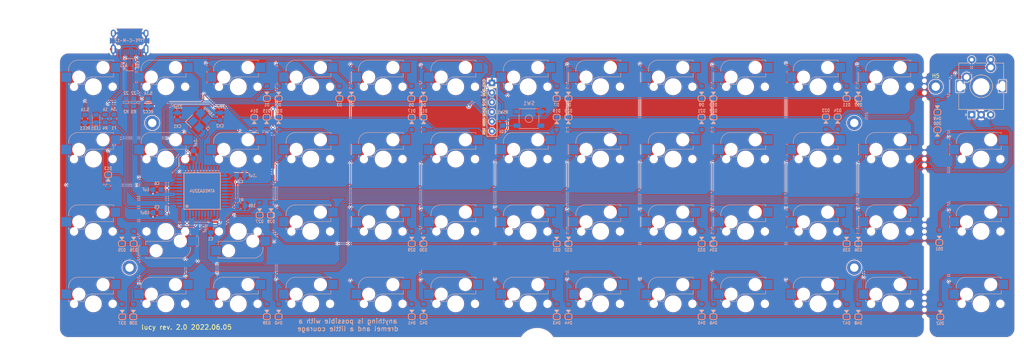
<source format=kicad_pcb>
(kicad_pcb (version 20211014) (generator pcbnew)
  (layers (0 "F.Cu" signal) (31 "B.Cu" signal) (34 "B.Paste" user) (35 "F.Paste" user) (36 "B.SilkS" user "B.Silkscreen") (37 "F.SilkS" user "F.Silkscreen") (38 "B.Mask" user) (39 "F.Mask" user) (44 "Edge.Cuts" user))
  (net 0 "")
  (net 1 "Net-(D1-Pad2)")
  (net 2 "Net-(D2-Pad2)")
  (net 3 "Net-(D3-Pad2)")
  (net 4 "Net-(D4-Pad2)")
  (net 5 "Net-(D5-Pad2)")
  (net 6 "Net-(D6-Pad2)")
  (net 7 "Net-(D7-Pad2)")
  (net 8 "Net-(D8-Pad2)")
  (net 9 "Net-(D9-Pad2)")
  (net 10 "Net-(D10-Pad2)")
  (net 11 "Net-(D11-Pad2)")
  (net 12 "Net-(D12-Pad2)")
  (net 13 "Net-(D13-Pad2)")
  (net 14 "Net-(D14-Pad2)")
  (net 15 "Net-(D15-Pad2)")
  (net 16 "Net-(D16-Pad2)")
  (net 17 "Net-(D17-Pad2)")
  (net 18 "Net-(D18-Pad2)")
  (net 19 "Net-(D19-Pad2)")
  (net 20 "Net-(D20-Pad2)")
  (net 21 "Net-(D21-Pad2)")
  (net 22 "Net-(D22-Pad2)")
  (net 23 "Net-(D23-Pad2)")
  (net 24 "Net-(D24-Pad2)")
  (net 25 "Net-(D25-Pad2)")
  (net 26 "Net-(D26-Pad2)")
  (net 27 "Net-(D27-Pad2)")
  (net 28 "Net-(D28-Pad2)")
  (net 29 "Net-(D29-Pad2)")
  (net 30 "Net-(D30-Pad2)")
  (net 31 "Net-(D31-Pad2)")
  (net 32 "Net-(D32-Pad2)")
  (net 33 "Net-(D33-Pad2)")
  (net 34 "Net-(D34-Pad2)")
  (net 35 "Net-(D35-Pad2)")
  (net 36 "Net-(D36-Pad2)")
  (net 37 "Net-(D37-Pad2)")
  (net 38 "Net-(D38-Pad2)")
  (net 39 "Net-(D39-Pad2)")
  (net 40 "Net-(D40-Pad2)")
  (net 41 "Net-(D41-Pad2)")
  (net 42 "Net-(D42-Pad2)")
  (net 43 "Net-(D43-Pad2)")
  (net 44 "Net-(D44-Pad2)")
  (net 45 "Net-(D45-Pad2)")
  (net 46 "Net-(D46-Pad2)")
  (net 47 "Net-(D47-Pad2)")
  (net 48 "Net-(D48-Pad2)")
  (net 49 "VCC")
  (net 50 "Net-(C6-Pad1)")
  (net 51 "XTAL1")
  (net 52 "XTAL2")
  (net 53 "row0")
  (net 54 "row1")
  (net 55 "row2")
  (net 56 "row3")
  (net 57 "D-")
  (net 58 "D+")
  (net 59 "col0")
  (net 60 "col1")
  (net 61 "col2")
  (net 62 "col3")
  (net 63 "col4")
  (net 64 "col5")
  (net 65 "col6")
  (net 66 "col7")
  (net 67 "col8")
  (net 68 "col9")
  (net 69 "col10")
  (net 70 "col11")
  (net 71 "Net-(R1-Pad2)")
  (net 72 "VBUS")
  (net 73 "Net-(J1-PadB5)")
  (net 74 "Net-(J1-PadA5)")
  (net 75 "ISP_Reset")
  (net 76 "Net-(D52-Pad2)")
  (net 77 "col12")
  (net 78 "GND")
  (net 79 "Net-(LED1-Pad2)")
  (net 80 "DBUS-")
  (net 81 "DBUS+")
  (net 82 "enc0a")
  (net 83 "enc0b")
  (net 84 "Net-(D49-Pad2)")
  (net 85 "Net-(D50-Pad2)")
  (net 86 "Net-(D51-Pad2)")
  (footprint "MX_Only:MXOnly-1U-Hotswap" (layer "F.Cu") (at 124.990225 53.19395)
    (fp_text reference "K3")
    (fp_text value "KEYSW")
  )
  (footprint "MX_Only:MXOnly-1U-Hotswap" (layer "F.Cu") (at 201.190225 53.19395)
    (fp_text reference "K7")
    (fp_text value "KEYSW")
  )
  (footprint "MX_Only:MXOnly-1U-Hotswap" (layer "F.Cu") (at 182.140225 53.19395)
    (fp_text reference "K6")
    (fp_text value "KEYSW")
  )
  (footprint "MX_Only:MXOnly-1U-Hotswap" (layer "F.Cu") (at 163.090225 53.19395)
    (fp_text reference "K5")
    (fp_text value "KEYSW")
  )
  (footprint "MX_Only:MXOnly-1U-Hotswap" (layer "F.Cu") (at 86.890225 53.19395)
    (fp_text reference "K1")
    (fp_text value "KEYSW")
  )
  (footprint "MX_Only:MXOnly-1U-Hotswap" (layer "F.Cu") (at 220.240225 53.19395)
    (fp_text reference "K8")
    (fp_text value "KEYSW")
  )
  (footprint "MX_Only:MXOnly-1U-Hotswap" (layer "F.Cu") (at 239.290225 53.19395)
    (fp_text reference "K9")
    (fp_text value "KEYSW")
  )
  (footprint "MX_Only:MXOnly-1U-Hotswap" (layer "F.Cu") (at 86.890225 72.24395)
    (fp_text reference "K13")
    (fp_text value "KEYSW")
  )
  (footprint "MX_Only:MXOnly-1U-Hotswap" (layer "F.Cu") (at 105.940225 72.24395)
    (fp_text reference "K14")
    (fp_text value "KEYSW")
  )
  (footprint "MX_Only:MXOnly-1U-Hotswap" (layer "F.Cu") (at 144.045399 72.24395)
    (fp_text reference "K16")
    (fp_text value "KEYSW")
  )
  (footprint "MX_Only:MXOnly-1U-Hotswap" (layer "F.Cu") (at 277.390225 53.19395)
    (fp_text reference locked "K11")
    (fp_text value "KEYSW")
  )
  (footprint "MX_Only:MXOnly-1U-Hotswap" (layer "F.Cu") (at 163.090225 72.24395)
    (fp_text reference "K17")
    (fp_text value "KEYSW")
  )
  (footprint "MX_Only:MXOnly-1U-Hotswap" (layer "F.Cu") (at 182.140225 72.24395)
    (fp_text reference "K18")
    (fp_text value "KEYSW")
  )
  (footprint "MX_Only:MXOnly-1U-Hotswap" (layer "F.Cu") (at 201.190225 72.24395)
    (fp_text reference "K19")
    (fp_text value "KEYSW")
  )
  (footprint "MX_Only:MXOnly-1U-Hotswap" (layer "F.Cu") (at 105.940225 110.34395)
    (fp_text reference "K38")
    (fp_text value "KEYSW")
  )
  (footprint "MX_Only:MXOnly-1U-Hotswap" (layer "F.Cu") (at 124.990225 110.34395)
    (fp_text reference "K39")
    (fp_text value "KEYSW")
  )
  (footprint "MX_Only:MXOnly-1U-Hotswap" (layer "F.Cu") (at 144.040225 110.34395)
    (fp_text reference locked "K40")
    (fp_text value "KEYSW")
  )
  (footprint "MX_Only:MXOnly-1U-Hotswap" (layer "F.Cu") (at 163.090225 110.34395)
    (fp_text reference locked "K41")
    (fp_text value "KEYSW")
  )
  (footprint "MX_Only:MXOnly-1U-Hotswap" (layer "F.Cu") (at 182.140225 110.34395)
    (fp_text reference "K42")
    (fp_text value "KEYSW")
  )
  (footprint "MX_Only:MXOnly-1U-Hotswap" (layer "F.Cu") (at 220.240225 110.34395)
    (fp_text reference "K44")
    (fp_text value "KEYSW")
  )
  (footprint "MX_Only:MXOnly-1U-Hotswap" (layer "F.Cu") (at 239.290225 110.34395)
    (fp_text reference "K45")
    (fp_text value "KEYSW")
  )
  (footprint "MX_Only:MXOnly-1U-Hotswap" (layer "F.Cu") (at 258.340225 110.34395)
    (fp_text reference "K46")
    (fp_text value "KEYSW")
  )
  (footprint "MX_Only:MXOnly-1U-Hotswap" (layer "F.Cu") (at 277.390225 110.34395)
    (fp_text reference "K47")
    (fp_text value "KEYSW")
  )
  (footprint "MX_Only:MXOnly-1U-Hotswap" (layer "F.Cu") (at 201.190225 110.34395)
    (fp_text reference "K43")
    (fp_text value "KEYSW")
  )
  (footprint "MX_Only:MXOnly-1U-Hotswap" (layer "F.Cu") (at 277.390225 91.29395)
    (fp_text reference locked "K35")
    (fp_text value "KEYSW")
  )
  (footprint "MX_Only:MXOnly-1U-Hotswap" (layer "F.Cu") (at 258.340225 91.29395)
    (fp_text reference "K34")
    (fp_text value "KEYSW")
  )
  (footprint "MX_Only:MXOnly-1U-Hotswap" (layer "F.Cu") (at 220.240225 91.29395)
    (fp_text reference "K32")
    (fp_text value "KEYSW")
  )
  (footprint "MX_Only:MXOnly-1U-Hotswap" (layer "F.Cu") (at 182.140225 91.29395)
    (fp_text reference "K30")
    (fp_text value "KEYSW")
  )
  (footprint "MX_Only:MXOnly-1U-Hotswap" (layer "F.Cu") (at 144.040225 91.29395)
    (fp_text reference "K28")
    (fp_text value "KEYSW")
  )
  (footprint "MX_Only:MXOnly-1U-Hotswap" (layer "F.Cu") (at 86.890225 91.29395)
    (fp_text reference "K25")
    (fp_text value "KEYSW")
  )
  (footprint "MX_Only:MXOnly-1U-Hotswap" (layer "F.Cu") (at 163.090225 91.29395)
    (fp_text reference "K29")
    (fp_text value "KEYSW")
  )
  (footprint "MX_Only:MXOnly-1U-Hotswap" (layer "F.Cu") (at 296.440225 72.24395)
    (fp_text reference "K24")
    (fp_text value "KEYSW")
  )
  (footprint "MX_Only:MXOnly-1U-Hotswap" (layer "F.Cu") (at 124.990225 91.29395 180)
    (fp_text reference "K27")
    (fp_text value "KEYSW")
  )
  (footprint "MX_Only:MXOnly-1U-Hotswap" (layer "F.Cu") (at 105.940225 91.29395 180)
    (fp_text reference "K26")
    (fp_text value "KEYSW")
  )
  (footprint "MX_Only:MXOnly-1U-Hotswap" (layer "F.Cu") (at 258.340225 72.24395)
    (fp_text reference locked "K22")
    (fp_text value "KEYSW")
  )
  (footprint "MX_Only:MXOnly-1U-Hotswap" (layer "F.Cu") (at 239.290225 72.24395)
    (fp_text reference "K21")
    (fp_text value "KEYSW")
  )
  (footprint "MX_Only:MXOnly-1U-Hotswap" (layer "F.Cu") (at 277.390225 72.24395)
    (fp_text reference "K23")
    (fp_text value "KEYSW")
  )
  (footprint "MX_Only:MXOnly-1U-Hotswap" (layer "F.Cu") (at 296.440225 110.34395)
    (fp_text reference "K48")
    (fp_text value "KEYSW")
  )
  (footprint "MX_Only:MXOnly-1U-Hotswap" (layer "F.Cu") (at 296.440225 91.29395)
    (fp_text reference "K36")
    (fp_text value "KEYSW")
  )
  (footprint "MX_Only:MXOnly-1U-Hotswap" (layer "F.Cu") (at 296.440225 53.19395)
    (fp_text reference "K12")
    (fp_text value "KEYSW")
  )
  (footprint "MX_Only:MXOnly-1U-Hotswap" (layer "F.Cu") (at 105.940225 53.19395)
    (fp_text reference "K2")
    (fp_text value "KEYSW")
  )
  (footprint "MX_Only:MXOnly-1U-Hotswap" (layer "F.Cu") (at 144.040225 53.19395)
    (fp_text reference "K4")
    (fp_text value "KEYSW")
  )
  (footprint "MX_Only:MXOnly-1U-Hotswap" (layer "F.Cu") (at 201.190225 91.29395)
    (fp_text reference "K31")
    (fp_text value "KEYSW")
  )
  (footprint "MX_Only:MXOnly-1U-Hotswap" (layer "F.Cu") (at 239.290225 91.29395)
    (fp_text reference "K33")
    (fp_text value "KEYSW")
  )
  (footprint "MX_Only:MXOnly-1U-Hotswap" (layer "F.Cu") (at 86.890225 110.34395)
    (fp_text reference "K37")
    (fp_text value "KEYSW")
  )
  (footprint "MX_Only:MXOnly-1U-Hotswap" (layer "F.Cu") (at 258.340225 53.19395)
    (fp_text reference "K10")
    (fp_text value "KEYSW")
  )
  (footprint "MX_Only:MXOnly-1U-Hotswap" (layer "F.Cu") (at 124.990225 72.24395)
    (fp_text reference "K15")
    (fp_text value "KEYSW")
  )
  (footprint "MX_Only:MXOnly-1U-Hotswap" (layer "F.Cu") (at 220.240225 72.24395)
    (fp_text reference "K20")
    (fp_text value "KEYSW")
  )
  (footprint "MountingHole:MountingHole_2.2mm_M2_DIN965_Pad" (layer "F.Cu") (at 286.915401 62.718966)
    (fp_text reference "H7")
    (fp_text value "MountingHole")
  )
  (footprint "MountingHole:MountingHole_2.2mm_M2_DIN965_Pad" (layer "F.Cu") (at 102.368371 62.718966)
    (fp_text reference "H6")
    (fp_text value "MountingHole")
  )
  (footprint "Keebio-Parts:RotaryEncoder_EC11" (layer "F.Cu") (at 320.287529 53.066658 90)
    (fp_text reference "SW2")
    (fp_text value "Rotary_Encoder_Switch")
  )
  (footprint "MX_Only:MXOnly-1U-Hotswap" (layer "F.Cu") (at 320.252929 110.344006)
    (fp_text reference "K52")
    (fp_text value "KEYSW")
  )
  (footprint "Keeb_footprints:MX100" (layer "F.Cu") (at 320.287529 53.066658)
    (fp_text reference "K49")
    (fp_text value "KEYSW")
  )
  (footprint "MX_Only:MXOnly-1U-Hotswap" (layer "F.Cu") (at 320.252929 91.29399)
    (fp_text reference "K51")
    (fp_text value "KEYSW")
  )
  (footprint "MountingHole:MountingHole_2.2mm_M2_DIN965_Pad" (layer "F.Cu") (at 286.915401 100.818998)
    (fp_text reference "H9")
    (fp_text value "MountingHole")
  )
  (footprint "MountingHole:MountingHole_2.2mm_M2_DIN965_Pad" (layer "F.Cu") (at 96.415241 100.818998)
    (fp_text reference "H8")
    (fp_text value "MountingHole")
  )
  (footprint "MountingHole:MountingHole_2.2mm_M2_DIN965_Pad" (layer "F.Cu") (at 308.346669 53.193958)
    (fp_text reference "H5")
    (fp_text value "MountingHole")
  )
  (footprint "Keeb_footprints:MouseBite_IPC7351" (layer "F.Cu") (at 305.370104 72.243974 90)
    (fp_text reference "H2")
    (fp_text value "MountingHole")
  )
  (footprint "MX_Only:MXOnly-1U-Hotswap" (layer "F.Cu") (at 320.252929 72.243974)
    (fp_text reference "K50")
    (fp_text value "KEYSW")
  )
  (footprint "Keeb_footprints:MouseBite_IPC7351" (layer "F.Cu") (at 305.370104 53.193958 90)
    (fp_text reference "H1")
    (fp_text value "MountingHole")
  )
  (footprint "Keeb_footprints:MouseBite_IPC7351" (layer "F.Cu") (at 305.370104 91.29399 90)
    (fp_text reference "H3")
    (fp_text value "MountingHole")
  )
  (footprint "Keeb_footprints:MouseBite_IPC7351" (layer "F.Cu") (at 305.370104 110.344006 90)
    (fp_text reference "H4")
    (fp_text value "MountingHole")
  )
  (footprint "Capacitor_SMD:C_0805_2012Metric_Pad1.15x1.40mm_HandSolder" (layer "B.Cu") (at 117.690625 90.55625 -90)
    (fp_text reference "C1")
    (fp_text value ".1uF")
  )
  (footprint "Keeb_footprints:D_SOD-123_modified" (layer "B.Cu") (at 97.490625 92.85625 90)
    (fp_text reference "D26")
    (fp_text value "D")
  )
  (footprint "Keeb_footprints:D_SOD-123_modified" (layer "B.Cu") (at 208.681415 62.85625 -90)
    (fp_text reference "D19")
    (fp_text value "D")
  )
  (footprint "Keeb_footprints:D_SOD-123_modified" (layer "B.Cu") (at 170.581415 62.85625 -90)
    (fp_text reference "D17")
    (fp_text value "D")
  )
  (footprint "Keeb_footprints:D_SOD-123_modified" (layer "B.Cu") (at 135.581415 62.85625 -90)
    (fp_text reference "D16")
    (fp_text value "D")
  )
  (footprint "Keeb_footprints:D_SOD-123_modified" (layer "B.Cu") (at 129.190625 62.85625 -90)
    (fp_text reference "D14")
    (fp_text value "D")
  )
  (footprint "Keeb_footprints:D_SOD-123_modified" (layer "B.Cu") (at 284.890625 54.65625 90)
    (fp_text reference "D11")
    (fp_text value "D")
  )
  (footprint "Keeb_footprints:D_SOD-123_modified" (layer "B.Cu") (at 249.881415 54.65625 90)
    (fp_text reference "D10")
    (fp_text value "D")
  )
  (footprint "Keeb_footprints:D_SOD-123_modified" (layer "B.Cu") (at 211.781415 54.65625 90)
    (fp_text reference "D8")
    (fp_text value "D")
  )
  (footprint "Keeb_footprints:D_SOD-123_modified" (layer "B.Cu") (at 208.681415 54.65625 90)
    (fp_text reference "D7")
    (fp_text value "D")
  )
  (footprint "Keeb_footprints:D_SOD-123_modified" (layer "B.Cu") (at 173.651789 54.683377 90)
    (fp_text reference "D6")
    (fp_text value "D")
  )
  (footprint "Keeb_footprints:D_SOD-123_modified" (layer "B.Cu") (at 170.476789 54.683377 90)
    (fp_text reference "D5")
    (fp_text value "D")
  )
  (footprint "Keeb_footprints:D_SOD-123_modified" (layer "B.Cu") (at 154.751789 54.65625 90)
    (fp_text reference "D4")
    (fp_text value "D")
  )
  (footprint "Keeb_footprints:D_SOD-123_modified" (layer "B.Cu") (at 287.990625 112.1 90)
    (fp_text reference "D48")
    (fp_text value "D")
  )
  (footprint "Keeb_footprints:D_SOD-123_modified" (layer "B.Cu") (at 284.890625 112.1 90)
    (fp_text reference "D47")
    (fp_text value "D")
  )
  (footprint "Keeb_footprints:D_SOD-123_modified" (layer "B.Cu") (at 249.890625 112.063123 90)
    (fp_text reference "D46")
    (fp_text value "D")
  )
  (footprint "Keeb_footprints:D_SOD-123_modified" (layer "B.Cu") (at 246.790625 112.05625 90)
    (fp_text reference "D45")
    (fp_text value "D")
  )
  (footprint "Keeb_footprints:D_SOD-123_modified" (layer "B.Cu") (at 211.783999 112.05625 90)
    (fp_text reference "D44")
    (fp_text value "D")
  )
  (footprint "Keeb_footprints:D_SOD-123_modified" (layer "B.Cu") (at 208.7 112.05625 90)
    (fp_text reference "D43")
    (fp_text value "D")
  )
  (footprint "Keeb_footprints:D_SOD-123_modified" (layer "B.Cu") (at 211.790625 92.85625 90)
    (fp_text reference "D32")
    (fp_text value "D")
  )
  (footprint "Keeb_footprints:D_SOD-123_modified" (layer "B.Cu") (at 279.465225 62.75625 -90)
    (fp_text reference "D23")
    (fp_text value "D")
  )
  (footprint "Keeb_footprints:D_SOD-123_modified" (layer "B.Cu") (at 208.690625 92.85625 90)
    (fp_text reference "D31")
    (fp_text value "D")
  )
  (footprint "Keeb_footprints:D_SOD-123_modified" (layer "B.Cu") (at 170.585999 92.85625 90)
    (fp_text reference "D29")
    (fp_text value "D")
  )
  (footprint "Keeb_footprints:D_SOD-123_modified" (layer "B.Cu") (at 130.590625 85.35625 90)
    (fp_text reference "D27")
    (fp_text value "D")
  )
  (footprint "Keeb_footprints:D_SOD-123_modified" (layer "B.Cu") (at 282.565225 62.75625 -90)
    (fp_text reference "D24")
    (fp_text value "D")
  )
  (footprint "Keeb_footprints:D_SOD-123_modified" (layer "B.Cu") (at 284.890625 92.85625 90)
    (fp_text reference "D35")
    (fp_text value "D")
  )
  (footprint "Keeb_footprints:D_SOD-123_modified" (layer "B.Cu") (at 249.890625 92.85625 90)
    (fp_text reference "D34")
    (fp_text value "D")
  )
  (footprint "Keeb_footprints:D_SOD-123_modified" (layer "B.Cu") (at 246.790625 92.85625 90)
    (fp_text reference "D33")
    (fp_text value "D")
  )
  (footprint "Keeb_footprints:D_SOD-123_modified" (layer "B.Cu") (at 173.690625 112.05625 90)
    (fp_text reference "D42")
    (fp_text value "D")
  )
  (footprint "Keeb_footprints:D_SOD-123_modified" (layer "B.Cu") (at 151.576789 54.65625 90)
    (fp_text reference "D3")
    (fp_text value "D")
  )
  (footprint "Keeb_footprints:D_SOD-123_modified" (layer "B.Cu") (at 211.781415 62.85625 -90)
    (fp_text reference "D20")
    (fp_text value "D")
  )
  (footprint "Keeb_footprints:ICSP-Header_small_pins" (layer "B.Cu") (at 191.665313 52.201767 180)
    (fp_text reference "J2" hide)
    (fp_text value "AVR-ISP-6_mod")
  )
  (footprint "Keeb_footprints:D_SOD-123_modified" (layer "B.Cu") (at 287.990625 54.65625 90)
    (fp_text reference "D12")
    (fp_text value "D")
  )
  (footprint "random-keyboard-parts:SKQG-1155865" (layer "B.Cu") (at 201.4 61.59395)
    (fp_text reference "SW1")
    (fp_text value "SW_PUSH")
  )
  (footprint "Keebio-Parts:ATMEGA32U4-AU" (layer "B.Cu") (at 115.490625 80.65625)
    (fp_text reference "U1")
    (fp_text value "ATMEGA32U4")
  )
  (footprint "Capacitor_SMD:C_0805_2012Metric_Pad1.15x1.40mm_HandSolder" (layer "B.Cu") (at 113.190625 71.05625 90)
    (fp_text reference "C3")
    (fp_text value ".1uF")
  )
  (footprint "Capacitor_SMD:C_0805_2012Metric_Pad1.15x1.40mm_HandSolder" (layer "B.Cu") (at 120.190625 61.05625 90)
    (fp_text reference "CX2")
    (fp_text value "22pF")
  )
  (footprint "Capacitor_SMD:C_0805_2012Metric_Pad1.15x1.40mm_HandSolder" (layer "B.Cu") (at 108.990225 61.09395 90)
    (fp_text reference "CX1")
    (fp_text value "22pF")
  )
  (footprint "Crystal:Crystal_SMD_3225-4Pin_3.2x2.5mm_HandSoldering" (layer "B.Cu") (at 114.890625 62.05625 45)
    (fp_text reference "Y1")
    (fp_text value "16MHz")
  )
  (footprint "Fuse:Fuse_0805_2012Metric_Pad1.15x1.40mm_HandSolder" (layer "B.Cu") (at 92.290225 61.59395 90)
    (fp_text reference "F1")
    (fp_text value ".5A")
  )
  (footprint "Keeb_footprints:TYPE-C-31-M-12" (layer "B.Cu") (at 96.439825 44.814877)
    (fp_text reference "J1")
    (fp_text value "TYPE-C-31-M12_13")
  )
  (footprint "Resistor_SMD:R_0805_2012Metric_Pad1.15x1.40mm_HandSolder" (layer "B.Cu") (at 97.490625 57.29395 90)
    (fp_text reference "R3")
    (fp_text value "22")
  )
  (footprint "Resistor_SMD:R_0805_2012Metric_Pad1.15x1.40mm_HandSolder" (layer "B.Cu") (at 84.689825 61.59395 90)
    (fp_text reference "RCC1")
    (fp_text value "5.1k")
  )
  (footprint "Resistor_SMD:R_0805_2012Metric_Pad1.15x1.40mm_HandSolder" (layer "B.Cu") (at 89.989825 61.59395 -90)
    (fp_text reference "R4")
    (fp_text value "1k")
  )
  (footprint "LED_SMD:LED_0805_2012Metric_Pad1.15x1.40mm_HandSolder" (layer "B.Cu") (at 87.589825 61.59395 90)
    (fp_text reference "LED1")
    (fp_text value "LED")
  )
  (footprint "Keeb_footprints:D_SOD-123_modified" (layer "B.Cu") (at 135.590625 112.05625 90)
    (fp_text reference "D40")
    (fp_text value "D")
  )
  (footprint "Keeb_footprints:D_SOD-123_modified" (layer "B.Cu") (at 132.490625 112.063123 90)
    (fp_text reference "D39")
    (fp_text value "D")
  )
  (footprint "Capacitor_SMD:C_0805_2012Metric_Pad1.15x1.40mm_HandSolder" (layer "B.Cu") (at 125.590625 76.55625)
    (fp_text reference "C2")
    (fp_text value ".1uF")
  )
  (footprint "Resistor_SMD:R_0805_2012Metric_Pad1.15x1.40mm_HandSolder" (layer "B.Cu") (at 95.490625 57.29395 90)
    (fp_text reference "R2")
    (fp_text value "22")
  )
  (footprint "Capacitor_SMD:C_0805_2012Metric_Pad1.15x1.40mm_HandSolder" (layer "B.Cu") (at 103.590625 86.35625 180)
    (fp_text reference "C5")
    (fp_text value "10uF")
  )
  (footprint "Capacitor_SMD:C_0805_2012Metric_Pad1.15x1.40mm_HandSolder" (layer "B.Cu") (at 103.590625 80.25625 180)
    (fp_text reference "C6")
    (fp_text value "1uF")
  )
  (footprint "Resistor_SMD:R_0805_2012Metric_Pad1.15x1.40mm_HandSolder" (layer "B.Cu") (at 125.690625 84.5 180)
    (fp_text reference "R1")
    (fp_text value "10k")
  )
  (footprint "Keeb_footprints:D_SOD-123_modified" (layer "B.Cu") (at 90.790225 77.99395 -90)
    (fp_text reference "D13")
    (fp_text value "D")
  )
  (footprint "Keeb_footprints:D_SOD-123_modified" (layer "B.Cu") (at 94.490225 112.09395 90)
    (fp_text reference "D37")
    (fp_text value "D")
  )
  (footprint "Keeb_footprints:D_SOD-123_modified" (layer "B.Cu") (at 97.390225 112.09395 90)
    (fp_text reference "D38")
    (fp_text value "D")
  )
  (footprint "Keeb_footprints:D_SOD-123_modified" (layer "B.Cu") (at 170.590625 112.05625 90)
    (fp_text reference "D41")
    (fp_text value "D")
  )
  (footprint "Keeb_footprints:D_SOD-123_modified" (layer "B.Cu") (at 133.590625 85.35625 90)
    (fp_text reference "D28")
    (fp_text value "D")
  )
  (footprint "Keeb_footprints:D_SOD-123_modified" (layer "B.Cu") (at 173.65 92.85625 90)
    (fp_text reference "D30")
    (fp_text value "D")
  )
  (footprint "Keeb_footprints:D_SOD-123_modified" (layer "B.Cu") (at 287.990625 92.85625 90)
    (fp_text reference "D36")
    (fp_text value "D")
  )
  (footprint "Keeb_footprints:D_SOD-123_modified" (layer "B.Cu") (at 94.390625 92.85625 90)
    (fp_text reference "D25")
    (fp_text value "D")
  )
  (footprint "Keeb_footprints:D_SOD-123_modified" (layer "B.Cu") (at 135.581415 54.65625 90)
    (fp_text reference "D2")
    (fp_text value "D")
  )
  (footprint "Keeb_footprints:D_SOD-123_modified" (layer "B.Cu") (at 246.781415 54.65625 90)
    (fp_text reference "D9")
    (fp_text value "D")
  )
  (footprint "Keeb_footprints:D_SOD-123_modified" (layer "B.Cu") (at 132.490625 54.64995 90)
    (fp_text reference "D1")
    (fp_text value "D")
  )
  (footprint "Resistor_SMD:R_0805_2012Metric_Pad1.15x1.40mm_HandSolder" (layer "B.Cu") (at 194.490225 62.39395 90)
    (fp_text reference "RSW1")
    (fp_text value "10k")
  )
  (footprint "Keeb_footprints:D_SOD-123_modified" (layer "B.Cu") (at 249.881415 62.85625 -90)
    (fp_text reference "D22")
    (fp_text value "D")
  )
  (footprint "Keeb_footprints:D_SOD-123_modified" (layer "B.Cu") (at 246.781415 62.85625 -90)
    (fp_text reference "D21")
    (fp_text value "D")
  )
  (footprint "Keeb_footprints:D_SOD-123_modified" (layer "B.Cu") (at 173.681415 62.85625 -90)
    (fp_text reference "D18")
    (fp_text value "D")
  )
  (footprint "Keeb_footprints:D_SOD-123_modified" (layer "B.Cu") (at 132.431415 62.85625 -90)
    (fp_text reference "D15")
    (fp_text value "D")
  )
  (footprint "Resistor_SMD:R_0805_2012Metric_Pad1.15x1.40mm_HandSolder" (layer "B.Cu") (at 101.290225 57.29395 90)
    (fp_text reference "RCC2")
    (fp_text value "5.1k")
  )
  (footprint "Keebio-Parts:SOT-143B" (layer "B.Cu") (at 96.490625 47.39395 -90)
    (fp_text reference "U2")
    (fp_text value "PRTR5V0U2X" hide)
  )
  (footprint "Keeb_footprints:D_SOD-123_modified" (layer "B.Cu") (at 308.765225 66.16895 -90)
    (fp_text reference "D50")
    (fp_text value "D")
  )
  (footprint "Keeb_footprints:D_SOD-123_modified" (layer "B.Cu") (at 309.537295 112.16895 90)
    (fp_text reference "D52")
    (fp_text value "D")
  )
  (footprint "Keeb_footprints:D_SOD-123_modified" (layer "B.Cu") (at 309.265225 92.56895 90)
    (fp_text reference "D51")
    (fp_text value "D")
  )
  (footprint "Keeb_footprints:D_SOD-123_modified" (layer "B.Cu") (at 308.765225 58.26895 90)
    (fp_text reference "D49")
    (fp_text value "D")
  )
  (gr_arc (start 77.96053 46.645507) (mid 78.657985 44.961702) (end 80.34179 44.264247) (layer "Edge.Cuts") (width 0.05))
  (gr_line (start 101.77305 38.311125) (end 101.77305 43.668942) (layer "Edge.Cuts") (width 0.05))
  (gr_line (start 329.182625 116.892493) (end 329.182676 46.645522) (layer "Edge.Cuts") (width 0.05))
  (gr_arc (start 91.057416 38.311125) (mid 91.231779 37.890175) (end 91.652729 37.715812) (layer "Edge.Cuts") (width 0.05))
  (gr_arc (start 306.56073 106.176815) (mid 305.965417 106.772128) (end 305.370104 106.176815) (layer "Edge.Cuts") (width 0.05))
  (gr_line (start 305.370104 106.176815) (end 305.370104 95.461181) (layer "Edge.Cuts") (width 0.05))
  (gr_line (start 326.801365 119.273753) (end 308.94199 119.273709) (layer "Edge.Cuts") (width 0.05))
  (gr_arc (start 305.370104 116.892441) (mid 304.672649 118.576246) (end 302.988844 119.273701) (layer "Edge.Cuts") (width 0.05))
  (gr_arc (start 305.370104 114.511197) (mid 305.965417 113.915884) (end 306.56073 114.511197) (layer "Edge.Cuts") (width 0.05))
  (gr_line (start 305.370104 57.361149) (end 305.370104 68.076783) (layer "Edge.Cuts") (width 0.05))
  (gr_line (start 306.56073 49.026767) (end 306.56073 46.645515) (layer "Edge.Cuts") (width 0.05))
  (gr_line (start 326.801416 44.264262) (end 308.94199 44.264255) (layer "Edge.Cuts") (width 0.05))
  (gr_arc (start 306.56073 68.076783) (mid 305.965417 68.672096) (end 305.370104 68.076783) (layer "Edge.Cuts") (width 0.05))
  (gr_line (start 305.370104 76.411165) (end 305.370104 87.126799) (layer "Edge.Cuts") (width 0.05))
  (gr_line (start 302.988844 44.264247) (end 102.368363 44.264255) (layer "Edge.Cuts") (width 0.05))
  (gr_line (start 306.56073 68.076783) (end 306.56073 57.361149) (layer "Edge.Cuts") (width 0.05))
  (gr_arc (start 101.177737 37.715812) (mid 101.598687 37.890175) (end 101.77305 38.311125) (layer "Edge.Cuts") (width 0.05))
  (gr_line (start 305.370104 114.511197) (end 305.370104 116.892441) (layer "Edge.Cuts") (width 0.05))
  (gr_arc (start 306.56073 46.645515) (mid 307.258209 44.961734) (end 308.94199 44.264255) (layer "Edge.Cuts") (width 0.05))
  (gr_line (start 90.462103 44.264255) (end 80.34179 44.264247) (layer "Edge.Cuts") (width 0.05))
  (gr_line (start 305.370104 46.645507) (end 305.370104 49.026767) (layer "Edge.Cuts") (width 0.05))
  (gr_arc (start 102.368363 44.264255) (mid 101.947413 44.089892) (end 101.77305 43.668942) (layer "Edge.Cuts") (width 0.05))
  (gr_arc (start 305.370104 95.461181) (mid 305.965417 94.865868) (end 306.56073 95.461181) (layer "Edge.Cuts") (width 0.05))
  (gr_line (start 207.738763 119.273693) (end 302.988844 119.273701) (layer "Edge.Cuts") (width 0.05))
  (gr_line (start 306.56073 114.511197) (end 306.56073 116.892449) (layer "Edge.Cuts") (width 0.05))
  (gr_line (start 80.341782 119.273701) (end 199.404383 119.273693) (layer "Edge.Cuts") (width 0.05))
  (gr_line (start 306.56073 95.461181) (end 306.56073 106.176815) (layer "Edge.Cuts") (width 0.05))
  (gr_line (start 91.652729 37.715812) (end 101.177737 37.715812) (layer "Edge.Cuts") (width 0.05))
  (gr_arc (start 308.94199 119.273709) (mid 307.258209 118.57623) (end 306.56073 116.892449) (layer "Edge.Cuts") (width 0.05))
  (gr_arc (start 306.56073 49.026767) (mid 305.965417 49.62208) (end 305.370104 49.026767) (layer "Edge.Cuts") (width 0.05))
  (gr_arc (start 306.56073 87.126799) (mid 305.965417 87.722112) (end 305.370104 87.126799) (layer "Edge.Cuts") (width 0.05))
  (gr_arc (start 305.370104 76.411165) (mid 305.965417 75.815852) (end 306.56073 76.411165) (layer "Edge.Cuts") (width 0.05))
  (gr_arc (start 199.404383 119.273693) (mid 203.571573 116.855379) (end 207.738763 119.273693) (layer "Edge.Cuts") (width 0.05))
  (gr_arc (start 326.801416 44.264262) (mid 328.485197 44.961741) (end 329.182676 46.645522) (layer "Edge.Cuts") (width 0.05))
  (gr_line (start 77.96053 46.645507) (end 77.960522 116.892441) (layer "Edge.Cuts") (width 0.05))
  (gr_arc (start 80.341782 119.273701) (mid 78.657977 118.576246) (end 77.960522 116.892441) (layer "Edge.Cuts") (width 0.05))
  (gr_arc (start 91.057416 43.668942) (mid 90.883053 44.089892) (end 90.462103 44.264255) (layer "Edge.Cuts") (width 0.05))
  (gr_line (start 91.057416 43.668942) (end 91.057416 38.311125) (layer "Edge.Cuts") (width 0.05))
  (gr_arc (start 302.988844 44.264247) (mid 304.672649 44.961702) (end 305.370104 46.645507) (layer "Edge.Cuts") (width 0.05))
  (gr_line (start 306.56073 87.126799) (end 306.56073 76.411165) (layer "Edge.Cuts") (width 0.05))
  (gr_arc (start 329.182625 116.892493) (mid 328.485146 118.576274) (end 326.801365 119.273753) (layer "Edge.Cuts") (width 0.05))
  (gr_arc (start 305.370104 57.361149) (mid 305.965417 56.765836) (end 306.56073 57.361149) (layer "Edge.Cuts") (width 0.05))
  (gr_text "16MHz" (at 117.251188 59.742393 315) (layer "B.SilkS") (effects (font (size 0.8 0.7)) (justify mirror)))
  (gr_text "anything is possible with a\ndremel and a little courage" (at 153.790225 115.89395) (layer "B.SilkS") (effects (font (size 1.25 1.25) (thickness 0.2)) (justify mirror)))
  (gr_text "lucy rev. 2.0 2022.06.05" (at 111.38288 116.5) (layer "F.SilkS") (effects (font (size 1.25 1.25) (thickness 0.2))))
  (segment (start 115.90658 56.68132) (end 115.29395 57.29395) (width 0.25) (layer "F.Cu") (net 1))
  (segment (start 115.90658 55.090767) (end 115.90658 56.68132) (width 0.25) (layer "F.Cu") (net 1))
  (segment (start 94.390225 57.29395) (end 115.29395 57.29395) (width 0.25) (layer "F.Cu") (net 1))
  (segment (start 93.990225 57.69395) (end 94.390225 57.29395) (width 0.25) (layer "F.Cu") (net 1))
  (segment (start 90.690225 57.69395) (end 93.990225 57.69395) (width 0.25) (layer "F.Cu") (net 1))
  (via (at 115.90658 55.090767) (size 0.65) (drill 0.35) (layers "F.Cu" "B.Cu") (net 1))
  (via (at 90.690225 57.69395) (size 0.65) (drill 0.35) (layers "F.Cu" "B.Cu") (net 1))
  (segment (start 128.779776 56.483501) (end 117.299314 56.483501) (width 0.25) (layer "B.Cu") (net 1))
  (segment (start 94.035705 53.905682) (end 92.818831 55.122556) (width 0.25) (layer "B.Cu") (net 1))
  (segment (start 132.263328 52.99995) (end 128.779776 56.483501) (width 0.25) (layer "B.Cu") (net 1))
  (segment (start 94.035705 49.41743) (end 94.035705 50.79395) (width 0.25) (layer "B.Cu") (net 1))
  (segment (start 92.732225 48.11395) (end 94.035705 49.41743) (width 0.25) (layer "B.Cu") (net 1))
  (segment (start 132.490625 52.99995) (end 132.263328 52.99995) (width 0.25) (layer "B.Cu") (net 1))
  (segment (start 90.690225 57.251162) (end 90.690225 57.69395) (width 0.25) (layer "B.Cu") (net 1))
  (segment (start 92.818831 55.122556) (end 90.690225 57.251162) (width 0.25) (layer "B.Cu") (net 1))
  (segment (start 94.035705 50.79395) (end 94.035705 53.905682) (width 0.25) (layer "B.Cu") (net 1))
  (segment (start 117.299314 56.483501) (end 115.90658 55.090767) (width 0.25) (layer "B.Cu") (net 1))
  (segment (start 114.990225 51.32195) (end 111.782225 48.11395) (width 0.25) (layer "B.Cu") (net 2))
  (segment (start 135.581415 53.00625) (end 134.087665 54.5) (width 0.25) (layer "B.Cu") (net 2))
  (segment (start 114.990225 51.32195) (end 114.990225 55.89395) (width 0.25) (layer "B.Cu") (net 2))
  (segment (start 128.902789 56.89721) (end 115.993485 56.89721) (width 0.25) (layer "B.Cu") (net 2))
  (segment (start 114.990225 55.89395) (end 115.993485 56.89721) (width 0.25) (layer "B.Cu") (net 2))
  (segment (start 131.3 54.5) (end 128.902789 56.89721) (width 0.25) (layer "B.Cu") (net 2))
  (segment (start 134.087665 54.5) (end 131.3 54.5) (width 0.25) (layer "B.Cu") (net 2))
  (segment (start 140.83577 46.23577) (end 145.4 50.8) (width 0.25) (layer "B.Cu") (net 3))
  (segment (start 130.832225 48.11395) (end 132.710405 46.23577) (width 0.25) (layer "B.Cu") (net 3))
  (segment (start 132.710405 46.23577) (end 140.83577 46.23577) (width 0.25) (layer "B.Cu") (net 3))
  (segment (start 145.4 50.8) (end 149.370539 50.8) (width 0.25) (layer "B.Cu") (net 3))
  (segment (start 149.370539 50.8) (end 151.576789 53.00625) (width 0.25) (layer "B.Cu") (net 3))
  (segment (start 154.751789 52.983514) (end 149.882225 48.11395) (width 0.25) (layer "B.Cu") (net 4))
  (segment (start 154.751789 53.00625) (end 154.751789 52.983514) (width 0.25) (layer "B.Cu") (net 4))
  (segment (start 168.932225 51.488813) (end 168.932225 48.11395) (width 0.25) (layer "B.Cu") (net 5))
  (segment (start 170.476789 53.033377) (end 168.932225 51.488813) (width 0.25) (layer "B.Cu") (net 5))
  (segment (start 172.86423 46.23577) (end 172.3 46.8) (width 0.25) (layer "B.Cu") (net 6))
  (segment (start 186.104045 46.23577) (end 172.86423 46.23577) (width 0.25) (layer "B.Cu") (net 6))
  (segment (start 172.3 46.8) (end 172.3 51.681588) (width 0.25) (layer "B.Cu") (net 6))
  (segment (start 187.982225 48.11395) (end 186.104045 46.23577) (width 0.25) (layer "B.Cu") (net 6))
  (segment (start 172.3 51.681588) (end 173.651789 53.033377) (width 0.25) (layer "B.Cu") (net 6))
  (segment (start 207.032225 48.11395) (end 207.032225 51.35706) (width 0.25) (layer "B.Cu") (net 7))
  (segment (start 207.032225 51.35706) (end 208.681415 53.00625) (width 0.25) (layer "B.Cu") (net 7))
  (segment (start 210.8 52.024835) (end 211.781415 53.00625) (width 0.25) (layer "B.Cu") (net 8))
  (segment (start 210.8 46.7) (end 210.8 52.024835) (width 0.25) (layer "B.Cu") (net 8))
  (segment (start 223.868275 45.9) (end 211.6 45.9) (width 0.25) (layer "B.Cu") (net 8))
  (segment (start 226.082225 48.11395) (end 223.868275 45.9) (width 0.25) (layer "B.Cu") (net 8))
  (segment (start 211.6 45.9) (end 210.8 46.7) (width 0.25) (layer "B.Cu") (net 8))
  (segment (start 245.132225 51.35706) (end 246.781415 53.00625) (width 0.25) (layer "B.Cu") (net 9))
  (segment (start 245.132225 48.11395) (end 245.132225 51.35706) (width 0.25) (layer "B.Cu") (net 9))
  (segment (start 261.968275 45.9) (end 250 45.9) (width 0.25) (layer "B.Cu") (net 10))
  (segment (start 250 45.9) (end 248.8 47.1) (width 0.25) (layer "B.Cu") (net 10))
  (segment (start 264.182225 48.11395) (end 261.968275 45.9) (width 0.25) (layer "B.Cu") (net 10))
  (segment (start 248.8 51.924835) (end 249.881415 53.00625) (width 0.25) (layer "B.Cu") (net 10))
  (segment (start 248.8 47.1) (end 248.8 51.924835) (width 0.25) (layer "B.Cu") (net 10))
  (segment (start 284.890625 53.00625) (end 283.232225 51.34785) (width 0.25) (layer "B.Cu") (net 11))
  (segment (start 283.232225 51.34785) (end 283.232225 48.11395) (width 0.25) (layer "B.Cu") (net 11))
  (segment (start 302.282225 48.11395) (end 299.924525 45.75625) (width 0.25) (layer "B.Cu") (net 12))
  (segment (start 288.190625 45.75625) (end 286.890625 47.05625) (width 0.25) (layer "B.Cu") (net 12))
  (segment (start 286.890625 47.05625) (end 286.890625 51.90625) (width 0.25) (layer "B.Cu") (net 12))
  (segment (start 299.924525 45.75625) (end 288.190625 45.75625) (width 0.25) (layer "B.Cu") (net 12))
  (segment (start 286.890625 51.90625) (end 287.990625 53.00625) (width 0.25) (layer "B.Cu") (net 12))
  (segment (start 90.790225 79.64395) (end 89.5 78.353725) (width 0.25) (layer "B.Cu") (net 13))
  (segment (start 89.5 78.353725) (end 89.5 70.396175) (width 0.25) (layer "B.Cu") (net 13))
  (segment (start 89.5 70.396175) (end 92.732225 67.16395) (width 0.25) (layer "B.Cu") (net 13))
  (segment (start 107.3 64.2) (end 107.3 58.3) (width 0.25) (layer "F.Cu") (net 14))
  (segment (start 110.7 65) (end 108.1 65) (width 0.25) (layer "F.Cu") (net 14))
  (segment (start 107.92653 57.67347) (end 117.546022 57.67347) (width 0.25) (layer "F.Cu") (net 14))
  (segment (start 117.546022 57.67347) (end 118.5 58.627448) (width 0.25) (layer "F.Cu") (net 14))
  (segment (start 107.3 58.3) (end 107.92653 57.67347) (width 0.25) (layer "F.Cu") (net 14))
  (segment (start 108.1 65) (end 107.3 64.2) (width 0.25) (layer "F.Cu") (net 14))
  (via (at 110.7 65) (size 0.65) (drill 0.35) (layers "F.Cu" "B.Cu") (net 14))
  (via (at 118.5 58.627448) (size 0.65) (drill 0.35) (layers "F.Cu" "B.Cu") (net 14))
  (segment (start 111.782225 67.16395) (end 111.782225 66.082225) (width 0.25) (layer "B.Cu") (net 14))
  (segment (start 111.782225 66.082225) (end 110.7 65) (width 0.25) (layer "B.Cu") (net 14))
  (segment (start 128.203902 64.50625) (end 129.190625 64.50625) (width 0.25) (layer "B.Cu") (net 14))
  (segment (start 118.5 58.627448) (end 122.3251 58.627448) (width 0.25) (layer "B.Cu") (net 14))
  (segment (start 122.3251 58.627448) (end 128.203902 64.50625) (width 0.25) (layer "B.Cu") (net 14))
  (segment (start 130.832225 66.10544) (end 130.832225 67.16395) (width 0.25) (layer "B.Cu") (net 15))
  (segment (start 132.431415 64.50625) (end 130.832225 66.10544) (width 0.25) (layer "B.Cu") (net 15))
  (segment (start 135.581415 64.50625) (end 147.229699 64.50625) (width 0.25) (layer "B.Cu") (net 16))
  (segment (start 147.229699 64.50625) (end 149.887399 67.16395) (width 0.25) (layer "B.Cu") (net 16))
  (segment (start 168.932225 66.15544) (end 168.932225 67.16395) (width 0.25) (layer "B.Cu") (net 17))
  (segment (start 170.581415 64.50625) (end 168.932225 66.15544) (width 0.25) (layer "B.Cu") (net 17))
  (segment (start 185.324525 64.50625) (end 187.982225 67.16395) (width 0.25) (layer "B.Cu") (net 18))
  (segment (start 173.681415 64.50625) (end 185.324525 64.50625) (width 0.25) (layer "B.Cu") (net 18))
  (segment (start 208.681415 65.51476) (end 207.032225 67.16395) (width 0.25) (layer "B.Cu") (net 19))
  (segment (start 208.681415 64.50625) (end 208.681415 65.51476) (width 0.25) (layer "B.Cu") (net 19))
  (segment (start 223.424525 64.50625) (end 226.082225 67.16395) (width 0.25) (layer "B.Cu") (net 20))
  (segment (start 211.781415 64.50625) (end 223.424525 64.50625) (width 0.25) (layer "B.Cu") (net 20))
  (segment (start 246.781415 64.50625) (end 246.781415 65.51476) (width 0.25) (layer "B.Cu") (net 21))
  (segment (start 246.781415 65.51476) (end 245.132225 67.16395) (width 0.25) (layer "B.Cu") (net 21))
  (segment (start 261.524525 64.50625) (end 264.182225 67.16395) (width 0.25) (layer "B.Cu") (net 22))
  (segment (start 249.881415 64.50625) (end 261.524525 64.50625) (width 0.25) (layer "B.Cu") (net 22))
  (segment (start 280.474525 64.40625) (end 283.232225 67.16395) (width 0.25) (layer "B.Cu") (net 23))
  (segment (start 279.465225 64.40625) (end 280.474525 64.40625) (width 0.25) (layer "B.Cu") (net 23))
  (segment (start 285.165225 59.84847) (end 288.608023 59.84847) (width 0.25) (layer "B.Cu") (net 24))
  (segment (start 288.608023 59.84847) (end 290.245323 61.48577) (width 0.25) (layer "B.Cu") (net 24))
  (segment (start 282.565225 62.44847) (end 285.165225 59.84847) (width 0.25) (layer "B.Cu") (net 24))
  (segment (start 302.282225 62.98595) (end 302.282225 67.16395) (width 0.25) (layer "B.Cu") (net 24))
  (segment (start 290.245323 61.48577) (end 300.782045 61.48577) (width 0.25) (layer "B.Cu") (net 24))
  (segment (start 282.565225 64.40625) (end 282.565225 62.44847) (width 0.25) (layer "B.Cu") (net 24))
  (segment (start 300.782045 61.48577) (end 302.282225 62.98595) (width 0.25) (layer "B.Cu") (net 24))
  (segment (start 92.732225 89.54785) (end 92.732225 86.21395) (width 0.25) (layer "B.Cu") (net 25))
  (segment (start 94.390625 91.20625) (end 92.732225 89.54785) (width 0.25) (layer "B.Cu") (net 25))
  (segment (start 100.098225 96.37395) (end 100.098225 93.81385) (width 0.25) (layer "B.Cu") (net 26))
  (segment (start 100.098225 93.81385) (end 97.490625 91.20625) (width 0.25) (layer "B.Cu") (net 26))
  (segment (start 122.1 87.7) (end 123.5 86.3) (width 0.25) (layer "B.Cu") (net 27))
  (segment (start 119.148225 96.37395) (end 119.148225 94.951775) (width 0.25) (layer "B.Cu") (net 27))
  (segment (start 127.996875 86.3) (end 130.590625 83.70625) (width 0.25) (layer "B.Cu") (net 27))
  (segment (start 123.5 86.3) (end 127.996875 86.3) (width 0.25) (layer "B.Cu") (net 27))
  (segment (start 119.148225 94.951775) (end 122.1 92) (width 0.25) (layer "B.Cu") (net 27))
  (segment (start 122.1 92) (end 122.1 87.7) (width 0.25) (layer "B.Cu") (net 27))
  (segment (start 149.882225 86.21395) (end 149.882225 83.582225) (width 0.25) (layer "B.Cu") (net 28))
  (segment (start 149.882225 83.582225) (end 148.9 82.6) (width 0.25) (layer "B.Cu") (net 28))
  (segment (start 148.9 82.6) (end 134.696875 82.6) (width 0.25) (layer "B.Cu") (net 28))
  (segment (start 134.696875 82.6) (end 133.590625 83.70625) (width 0.25) (layer "B.Cu") (net 28))
  (segment (start 170.585999 91.20625) (end 168.932225 89.552476) (width 0.25) (layer "B.Cu") (net 29))
  (segment (start 168.932225 89.552476) (end 168.932225 86.21395) (width 0.25) (layer "B.Cu") (net 29))
  (segment (start 172.165225 84.76895) (end 172.165225 89.721475) (width 0.25) (layer "B.Cu") (net 30))
  (segment (start 172.834175 84.1) (end 172.165225 84.76895) (width 0.25) (layer "B.Cu") (net 30))
  (segment (start 172.165225 89.721475) (end 173.65 91.20625) (width 0.25) (layer "B.Cu") (net 30))
  (segment (start 185.868275 84.1) (end 172.834175 84.1) (width 0.25) (layer "B.Cu") (net 30))
  (segment (start 187.982225 86.21395) (end 185.868275 84.1) (width 0.25) (layer "B.Cu") (net 30))
  (segment (start 207.032225 89.54785) (end 208.690625 91.20625) (width 0.25) (layer "B.Cu") (net 31))
  (segment (start 207.032225 86.21395) (end 207.032225 89.54785) (width 0.25) (layer "B.Cu") (net 31))
  (segment (start 211.80759 84.09241) (end 210.7 85.2) (width 0.25) (layer "B.Cu") (net 32))
  (segment (start 226.082225 86.21395) (end 223.960685 84.09241) (width 0.25) (layer "B.Cu") (net 32))
  (segment (start 223.960685 84.09241) (end 211.80759 84.09241) (width 0.25) (layer "B.Cu") (net 32))
  (segment (start 210.7 90.115625) (end 211.790625 91.20625) (width 0.25) (layer "B.Cu") (net 32))
  (segment (start 210.7 85.2) (end 210.7 90.115625) (width 0.25) (layer "B.Cu") (net 32))
  (segment (start 245.132225 89.54785) (end 246.790625 91.20625) (width 0.25) (layer "B.Cu") (net 33))
  (segment (start 245.132225 86.21395) (end 245.132225 89.54785) (width 0.25) (layer "B.Cu") (net 33))
  (segment (start 264.182225 86.21395) (end 262.060685 84.09241) (width 0.25) (layer "B.Cu") (net 34))
  (segment (start 262.060685 84.09241) (end 250.00759 84.09241) (width 0.25) (layer "B.Cu") (net 34))
  (segment (start 248.8 85.3) (end 248.8 90.115625) (width 0.25) (layer "B.Cu") (net 34))
  (segment (start 248.8 90.115625) (end 249.890625 91.20625) (width 0.25) (layer "B.Cu") (net 34))
  (segment (start 250.00759 84.09241) (end 248.8 85.3) (width 0.25) (layer "B.Cu") (net 34))
  (segment (start 283.232225 89.54785) (end 284.890625 91.20625) (width 0.25) (layer "B.Cu") (net 35))
  (segment (start 283.232225 86.21395) (end 283.232225 89.54785) (width 0.25) (layer "B.Cu") (net 35))
  (segment (start 286.9 90.115625) (end 287.990625 91.20625) (width 0.25) (layer "B.Cu") (net 36))
  (segment (start 300.160685 84.09241) (end 288.00759 84.09241) (width 0.25) (layer "B.Cu") (net 36))
  (segment (start 302.282225 86.21395) (end 300.160685 84.09241) (width 0.25) (layer "B.Cu") (net 36))
  (segment (start 288.00759 84.09241) (end 286.9 85.2) (width 0.25) (layer "B.Cu") (net 36))
  (segment (start 286.9 85.2) (end 286.9 90.115625) (width 0.25) (layer "B.Cu") (net 36))
  (segment (start 92.732225 108.68595) (end 92.732225 105.26395) (width 0.25) (layer "B.Cu") (net 37))
  (segment (start 94.490225 110.44395) (end 92.732225 108.68595) (width 0.25) (layer "B.Cu") (net 37))
  (segment (start 110.9 101.93577) (end 101.028274 101.93577) (width 0.25) (layer "B.Cu") (net 38))
  (segment (start 96.569745 106.394299) (end 96.569745 109.62347) (width 0.25) (layer "B.Cu") (net 38))
  (segment (start 96.569745 109.62347) (end 97.390225 110.44395) (width 0.25) (layer "B.Cu") (net 38))
  (segment (start 111.782225 102.817995) (end 110.9 101.93577) (width 0.25) (layer "B.Cu") (net 38))
  (segment (start 101.028274 101.93577) (end 96.569745 106.394299) (width 0.25) (layer "B.Cu") (net 38))
  (segment (start 111.782225 105.26395) (end 111.782225 102.817995) (width 0.25) (layer "B.Cu") (net 38))
  (segment (start 132.490625 110.413123) (end 130.832225 108.754723) (width 0.25) (layer "B.Cu") (net 39))
  (segment (start 130.832225 108.754723) (end 130.832225 105.26395) (width 0.25) (layer "B.Cu") (net 39))
  (segment (start 135.590625 110.40625) (end 134.4 109.215625) (width 0.25) (layer "B.Cu") (net 40))
  (segment (start 146.556835 101.93856) (end 149.882225 105.26395) (width 0.25) (layer "B.Cu") (net 40))
  (segment (start 135.36144 101.93856) (end 146.556835 101.93856) (width 0.25) (layer "B.Cu") (net 40))
  (segment (start 134.4 102.9) (end 135.36144 101.93856) (width 0.25) (layer "B.Cu") (net 40))
  (segment (start 134.4 109.215625) (end 134.4 102.9) (width 0.25) (layer "B.Cu") (net 40))
  (segment (start 168.932225 105.26395) (end 168.932225 108.74785) (width 0.25) (layer "B.Cu") (net 41))
  (segment (start 168.932225 108.74785) (end 170.590625 110.40625) (width 0.25) (layer "B.Cu") (net 41))
  (segment (start 184.656835 101.93856) (end 173.195615 101.93856) (width 0.25) (layer "B.Cu") (net 42))
  (segment (start 173.195615 101.93856) (end 172.065225 103.06895) (width 0.25) (layer "B.Cu") (net 42))
  (segment (start 172.065225 103.06895) (end 172.065225 108.78085) (width 0.25) (layer "B.Cu") (net 42))
  (segment (start 187.982225 105.26395) (end 184.656835 101.93856) (width 0.25) (layer "B.Cu") (net 42))
  (segment (start 172.065225 108.78085) (end 173.690625 110.40625) (width 0.25) (layer "B.Cu") (net 42))
  (segment (start 207.032225 108.738475) (end 208.7 110.40625) (width 0.25) (layer "B.Cu") (net 43))
  (segment (start 207.032225 105.26395) (end 207.032225 108.738475) (width 0.25) (layer "B.Cu") (net 43))
  (segment (start 211.56144 101.93856) (end 222.756835 101.93856) (width 0.25) (layer "B.Cu") (net 44))
  (segment (start 211.783999 110.40625) (end 210.8 109.422251) (width 0.25) (layer "B.Cu") (net 44))
  (segment (start 210.8 109.422251) (end 210.8 102.7) (width 0.25) (layer "B.Cu") (net 44))
  (segment (start 222.756835 101.93856) (end 226.082225 105.26395) (width 0.25) (layer "B.Cu") (net 44))
  (segment (start 210.8 102.7) (end 211.56144 101.93856) (width 0.25) (layer "B.Cu") (net 44))
  (segment (start 245.132225 108.74785) (end 246.790625 110.40625) (width 0.25) (layer "B.Cu") (net 45))
  (segment (start 245.132225 105.26395) (end 245.132225 108.74785) (width 0.25) (layer "B.Cu") (net 45))
  (segment (start 248.8 109.322498) (end 248.8 103) (width 0.25) (layer "B.Cu") (net 46))
  (segment (start 248.8 103) (end 249.86144 101.93856) (width 0.25) (layer "B.Cu") (net 46))
  (segment (start 249.86144 101.93856) (end 260.856835 101.93856) (width 0.25) (layer "B.Cu") (net 46))
  (segment (start 249.890625 110.413123) (end 248.8 109.322498) (width 0.25) (layer "B.Cu") (net 46))
  (segment (start 260.856835 101.93856) (end 264.182225 105.26395) (width 0.25) (layer "B.Cu") (net 46))
  (segment (start 283.232225 108.7916) (end 284.890625 110.45) (width 0.25) (layer "B.Cu") (net 47))
  (segment (start 283.232225 105.26395) (end 283.232225 108.7916) (width 0.25) (layer "B.Cu") (net 47))
  (segment (start 287.1 109.559375) (end 287.1 104.627322) (width 0.25) (layer "B.Cu") (net 48))
  (segment (start 299.018275 102) (end 302.282225 105.26395) (width 0.25) (layer "B.Cu") (net 48))
  (segment (start 287.1 104.627322) (end 289.727322 102) (width 0.25) (layer "B.Cu") (net 48))
  (segment (start 289.727322 102) (end 299.018275 102) (width 0.25) (layer "B.Cu") (net 48))
  (segment (start 287.990625 110.45) (end 287.1 109.559375) (width 0.25) (layer "B.Cu") (net 48))
  (segment (start 109.090625 89.15625) (end 111.490625 89.15625) (width 0.4) (layer "F.Cu") (net 49))
  (segment (start 106.290625 79.85625) (end 106.290625 76.75625) (width 0.4) (layer "F.Cu") (net 49))
  (segment (start 134.090225 62.25665) (end 134.090625 62.25625) (width 0.4) (layer "F.Cu") (net 49))
  (segment (start 106.290625 86.35625) (end 109.090625 89.15625) (width 0.4) (layer "F.Cu") (net 49))
  (segment (start 185.690225 58.19395) (end 185.690225 58.23575) (width 0.4) (layer "F.Cu") (net 49))
  (segment (start 106.290625 76.75625) (end 109.090625 73.95625) (width 0.4) (layer "F.Cu") (net 49))
  (segment (start 109.090625 73.95625) (end 109.090625 71.69435) (width 0.4) (layer "F.Cu") (net 49))
  (segment (start 185.690225 58.23575) (end 185.565225 58.36075) (width 0.4) (layer "F.Cu") (net 49))
  (segment (start 106.290625 86.35625) (end 106.290625 79.85625) (width 0.4) (layer "F.Cu") (net 49))
  (segment (start 110.116025 70.66895) (end 109.090625 71.69435) (width 0.4) (layer "F.Cu") (net 49))
  (segment (start 190.290225 53.59395) (end 185.690225 58.19395) (width 0.4) (layer "F.Cu") (net 49))
  (segment (start 111.765225 70.66895) (end 110.116025 70.66895) (width 0.4) (layer "F.Cu") (net 49))
  (segment (start 111.490625 89.15625) (end 117.85625 89.15625) (width 0.4) (layer "F.Cu") (net 49))
  (segment (start 124.590625 84.209375) (end 124.590625 78.25625) (width 0.4) (layer "F.Cu") (net 49))
  (segment (start 118.2125 88.8) (end 117.85625 89.15625) (width 0.4) (layer "F.Cu") (net 49))
  (segment (start 120 88.8) (end 124.590625 84.209375) (width 0.4) (layer "F.Cu") (net 49))
  (segment (start 134.090225 63.89395) (end 134.090225 62.25665) (width 0.4) (layer "F.Cu") (net 49))
  (segment (start 134.090625 62.25625) (end 134.090625 59.05625) (width 0.4) (layer "F.Cu") (net 49))
  (segment (start 120 88.8) (end 118.2125 88.8) (width 0.4) (layer "F.Cu") (net 49))
  (via (at 134.090625 59.05625) (size 0.9) (drill 0.5) (layers "F.Cu" "B.Cu") (net 49))
  (via (at 185.565225 58.36075) (size 0.9) (drill 0.5) (layers "F.Cu" "B.Cu") (net 49))
  (via (at 190.290225 53.59395) (size 0.9) (drill 0.5) (layers "F.Cu" "B.Cu") (net 49))
  (via (at 106.290625 79.85625) (size 0.9) (drill 0.5) (layers "F.Cu" "B.Cu") (net 49))
  (via (at 134.090225 63.89395) (size 0.9) (drill 0.5) (layers "F.Cu" "B.Cu") (net 49))
  (via (at 111.765225 70.66895) (size 0.9) (drill 0.5) (layers "F.Cu" "B.Cu") (net 49))
  (via (at 111.490625 89.15625) (size 0.9) (drill 0.5) (layers "F.Cu" "B.Cu") (net 49))
  (via (at 120 88.8) (size 0.9) (drill 0.5) (layers "F.Cu" "B.Cu") (net 49))
  (via (at 124.590625 78.25625) (size 0.9) (drill 0.5) (layers "F.Cu" "B.Cu") (net 49))
  (via (at 106.290625 86.35625) (size 0.9) (drill 0.5) (layers "F.Cu" "B.Cu") (net 49))
  (segment (start 117.690625 89.53125) (end 117.721875 89.5) (width 0.4) (layer "B.Cu") (net 49))
  (segment (start 185.565225 58.36075) (end 185.315245 58.11077) (width 0.4) (layer "B.Cu") (net 49))
  (segment (start 191.438042 54.741767) (end 190.290225 53.59395) (width 0.4) (layer "B.Cu") (net 49))
  (segment (start 113.190625 72.08125) (end 113.190625 74.65625) (width 0.4) (layer "B.Cu") (net 49))
  (segment (start 106.290625 79.85625) (end 109.590625 79.85625) (width 0.4) (layer "B.Cu") (net 49))
  (segment (start 119.040625 88.15625) (end 119.490625 87.70625) (width 0.4) (layer "B.Cu") (net 49))
  (segment (start 117.690625 88.85625) (end 118.390625 88.15625) (width 0.4) (layer "B.Cu") (net 49))
  (segment (start 117.690625 89.53125) (end 117.690625 88.85625) (width 0.4) (layer "B.Cu") (net 49))
  (segment (start 191.665313 54.741767) (end 191.438042 54.741767) (width 0.4) (layer "B.Cu") (net 49))
  (segment (start 119.490625 87.70625) (end 119.490625 86.55625) (width 0.4) (layer "B.Cu") (net 49))
  (segment (start 125.397545 79.06317) (end 133.071005 79.06317) (width 0.4) (layer "B.Cu") (net 49))
  (segment (start 113.190625 74.65625) (end 113.090625 74.75625) (width 0.4) (layer "B.Cu") (net 49))
  (segment (start 119.3 89.5) (end 120 88.8) (width 0.4) (layer "B.Cu") (net 49))
  (segment (start 109.590625 83.85625) (end 107.090625 83.85625) (width 0.4) (layer "B.Cu") (net 49))
  (segment (start 124.590625 78.25625) (end 124.590625 76.58125) (width 0.4) (layer "B.Cu") (net 49))
  (segment (start 122.490625 77.45625) (end 121.390625 77.45625) (width 0.4) (layer "B.Cu") (net 49))
  (segment (start 111.765625 70.66855) (end 111.765225 70.66895) (width 0.4) (layer "B.Cu") (net 49))
  (segment (start 117.721875 89.5) (end 119.3 89.5) (width 0.4) (layer "B.Cu") (net 49))
  (segment (start 92.290225 62.61895) (end 89.989825 62.61895) (width 0.4) (layer "B.Cu") (net 49))
  (segment (start 134.090225 63.89395) (end 134.090225 78.04395) (width 0.4) (layer "B.Cu") (net 49))
  (segment (start 104.615625 86.35625) (end 106.290625 86.35625) (width 0.4) (layer "B.Cu") (net 49))
  (segment (start 106.290625 84.65625) (end 106.290625 86.35625) (width 0.4) (layer "B.Cu") (net 49))
  (segment (start 123.390625 76.55625) (end 122.490625 77.45625) (width 0.4) (layer "B.Cu") (net 49))
  (segment (start 185.315245 58.11077) (end 135.036105 58.11077) (width 0.4) (layer "B.Cu") (net 49))
  (segment (start 103.228325 84.96895) (end 96.165225 84.96895) (width 0.4) (layer "B.Cu") (net 49))
  (segment (start 118.390625 88.15625) (end 119.040625 88.15625) (width 0.4) (layer "B.Cu") (net 49))
  (segment (start 194.490225 57.566679) (end 194.490225 61.36895) (width 0.4) (layer "B.Cu") (net 49))
  (segment (start 95.2 65.528725) (end 92.290225 62.61895) (width 0.4) (layer "B.Cu") (net 49))
  (segment (start 124.565625 76.55625) (end 123.390625 76.55625) (width 0.4) (layer "B.Cu") (net 49))
  (segment (start 107.090625 83.85625) (end 106.290625 84.65625) (width 0.4) (layer "B.Cu") (net 49))
  (segment (start 135.036105 58.11077) (end 134.090625 59.05625) (width 0.4) (layer "B.Cu") (net 49))
  (segment (start 124.590625 76.58125) (end 124.565625 76.55625) (width 0.4) (layer "B.Cu") (net 49))
  (segment (start 111.490625 89.15625) (end 111.490625 86.55625) (width 0.4) (layer "B.Cu") (net 49))
  (segment (start 96.165225 84.96895) (end 95.2 84.003725) (width 0.4) (layer "B.Cu") (net 49))
  (segment (start 134.090225 78.04395) (end 133.071005 79.06317) (width 0.4) (layer "B.Cu") (net 49))
  (segment (start 95.2 84.003725) (end 95.2 65.528725) (width 0.4) (layer "B.Cu") (net 49))
  (segment (start 111.765625 70.65625) (end 113.190625 72.08125) (width 0.4) (layer "B.Cu") (net 49))
  (segment (start 191.665313 54.741767) (end 194.490225 57.566679) (width 0.4) (layer "B.Cu") (net 49))
  (segment (start 124.590625 78.25625) (end 125.397545 79.06317) (width 0.4) (layer "B.Cu") (net 49))
  (segment (start 111.765625 70.65625) (end 111.765625 70.66855) (width 0.4) (layer "B.Cu") (net 49))
  (segment (start 104.615625 86.35625) (end 103.228325 84.96895) (width 0.4) (layer "B.Cu") (net 49))
  (segment (start 105.015625 80.65625) (end 109.590625 80.65625) (width 0.25) (layer "B.Cu") (net 50))
  (segment (start 104.615625 80.25625) (end 105.015625 80.65625) (width 0.25) (layer "B.Cu") (net 50))
  (segment (start 114.961105 73) (end 114.961105 67.02673) (width 0.4) (layer "B.Cu") (net 51))
  (segment (start 114.690625 74.75625) (end 114.690625 73.27048) (width 0.4) (layer "B.Cu") (net 51))
  (segment (start 114.690625 73.27048) (end 114.961105 73) (width 0.4) (layer "B.Cu") (net 51))
  (segment (start 113.052147 62.268382) (end 109.139657 62.268382) (width 0.4) (layer "B.Cu") (net 51))
  (segment (start 112.309685 64.37531) (end 112.309685 63.010844) (width 0.4) (layer "B.Cu") (net 51))
  (segment (start 109.139657 62.268382) (end 108.990225 62.11895) (width 0.4) (layer "B.Cu") (net 51))
  (segment (start 112.309685 63.010844) (end 113.052147 62.268382) (width 0.4) (layer "B.Cu") (net 51))
  (segment (start 114.961105 67.02673) (end 112.309685 64.37531) (width 0.4) (layer "B.Cu") (net 51))
  (segment (start 119.953493 61.844118) (end 120.190625 62.08125) (width 0.4) (layer "B.Cu") (net 52))
  (segment (start 116.729103 65.870897) (end 115.490625 67.109375) (width 0.4) (layer "B.Cu") (net 52))
  (segment (start 116.729103 61.844118) (end 116.729103 65.870897) (width 0.4) (layer "B.Cu") (net 52))
  (segment (start 115.490625 67.109375) (end 115.490625 74.75625) (width 0.4) (layer "B.Cu") (net 52))
  (segment (start 116.729103 61.844118) (end 119.953493 61.844118) (width 0.4) (layer "B.Cu") (net 52))
  (segment (start 301.902525 56.744928) (end 303.265225 55.382228) (width 0.25) (layer "B.Cu") (net 53))
  (segment (start 135.575115 56.29995) (end 135.581415 56.30625) (width 0.25) (layer "B.Cu") (net 53))
  (segment (start 105.265225 59.053502) (end 105.265225 67.96895) (width 0.25) (layer "B.Cu") (net 53))
  (segment (start 135.581415 56.30625) (end 136.551895 57.27673) (width 0.25) (layer "B.Cu") (net 53))
  (segment (start 109.185705 74.14847) (end 107.965225 75.36895) (width 0.25) (layer "B.Cu") (net 53))
  (segment (start 307.744745 58.89847) (end 308.765225 59.91895) (width 0.25) (layer "B.Cu") (net 53))
  (segment (start 173.651789 56.333377) (end 174.595142 57.27673) (width 0.25) (layer "B.Cu") (net 53))
  (segment (start 307.744745 56.48943) (end 307.744745 58.89847) (width 0.25) (layer "B.Cu") (net 53))
  (segment (start 136.551895 57.27673) (end 150.606309 57.27673) (width 0.25) (layer "B.Cu") (net 53))
  (segment (start 195.738233 62.361767) (end 196.65 61.45) (width 0.25) (layer "B.Cu") (net 53))
  (segment (start 307.722427 56.48943) (end 307.744745 56.48943) (width 0.25) (layer "B.Cu") (net 53))
  (segment (start 191.665313 62.361767) (end 195.738233 62.361767) (width 0.25) (layer "B.Cu") (net 53))
  (segment (start 150.606309 57.27673) (end 151.576789 56.30625) (width 0.25) (layer "B.Cu") (net 53))
  (segment (start 196.65 61.45) (end 205.784175 61.45) (width 0.25) (layer "B.Cu") (net 53))
  (segment (start 303.265225 54.56895) (end 303.814738 54.019437) (width 0.25) (layer "B.Cu") (net 53))
  (segment (start 169.533436 57.27673) (end 170.476789 56.333377) (width 0.25) (layer "B.Cu") (net 53))
  (segment (start 287.990625 56.30625) (end 287.990625 58.157628) (width 0.25) (layer "B.Cu") (net 53))
  (segment (start 155.673005 57.27673) (end 169.533436 57.27673) (width 0.25) (layer "B.Cu") (net 53))
  (segment (start 131.513845 57.27673) (end 107.041997 57.27673) (width 0.25) (layer "B.Cu") (net 53))
  (segment (start 107.965225 75.36895) (end 107.965225 76.96895) (width 0.25) (layer "B.Cu") (net 53))
  (segment (start 306.301947 55.06895) (end 307.722427 56.48943) (width 0.25) (layer "B.Cu") (net 53))
  (segment (start 107.965225 76.96895) (end 108.452525 77.45625) (width 0.25) (layer "B.Cu") (net 53))
  (segment (start 174.595142 57.27673) (end 186.580277 57.27673) (width 0.25) (layer "B.Cu") (net 53))
  (segment (start 186.580277 57.27673) (end 191.665313 62.361767) (width 0.25) (layer "B.Cu") (net 53))
  (segment (start 208.681415 56.30625) (end 287.684325 56.30625) (width 0.25) (layer "B.Cu") (net 53))
  (segment (start 303.265225 55.382228) (end 303.265225 54.56895) (width 0.25) (layer "B.Cu") (net 53))
  (segment (start 154.751789 56.30625) (end 154.751789 56.355514) (width 0.25) (layer "B.Cu") (net 53))
  (segment (start 290.559727 60.72673) (end 300.670723 60.72673) (width 0.25) (layer "B.Cu") (net 53))
  (segment (start 306.301947 54.630462) (end 306.301947 55.06895) (width 0.25) (layer "B.Cu") (net 53))
  (segment (start 305.690922 54.019437) (end 306.301947 54.630462) (width 0.25) (layer "B.Cu") (net 53))
  (segment (start 108.452525 77.45625) (end 109.590625 77.45625) (width 0.25) (layer "B.Cu") (net 53))
  (segment (start 105.265225 67.96895) (end 109.185705 71.88943) (width 0.25) (layer "B.Cu") (net 53))
  (segment (start 208.681415 58.55276) (end 208.681415 56.30625) (width 0.25) (layer "B.Cu") (net 53))
  (segment (start 109.185705 71.88943) (end 109.185705 74.14847) (width 0.25) (layer "B.Cu") (net 53))
  (segment (start 205.784175 61.45) (end 208.681415 58.55276) (width 0.25) (layer "B.Cu") (net 53))
  (segment (start 132.490625 56.29995) (end 135.575115 56.29995) (width 0.25) (layer "B.Cu") (net 53))
  (segment (start 132.490625 56.29995) (end 131.513845 57.27673) (width 0.25) (layer "B.Cu") (net 53))
  (segment (start 287.990625 58.157628) (end 290.559727 60.72673) (width 0.25) (layer "B.Cu") (net 53))
  (segment (start 151.576789 56.30625) (end 154.751789 56.30625) (width 0.25) (layer "B.Cu") (net 53))
  (segment (start 300.670723 60.72673) (end 301.902525 59.494928) (width 0.25) (layer "B.Cu") (net 53))
  (segment (start 107.041997 57.27673) (end 105.265225 59.053502) (width 0.25) (layer "B.Cu") (net 53))
  (segment (start 154.751789 56.355514) (end 155.673005 57.27673) (width 0.25) (layer "B.Cu") (net 53))
  (segment (start 170.476789 56.333377) (end 173.651789 56.333377) (width 0.25) (layer "B.Cu") (net 53))
  (segment (start 287.684325 56.30625) (end 287.990625 55.99995) (width 0.25) (layer "B.Cu") (net 53))
  (segment (start 301.902525 59.494928) (end 301.902525 56.744928) (width 0.25) (layer "B.Cu") (net 53))
  (segment (start 303.814738 54.019437) (end 305.690922 54.019437) (width 0.25) (layer "B.Cu") (net 53))
  (segment (start 94.177925 66.66895) (end 90.790625 70.05625) (width 0.25) (layer "F.Cu") (net 54))
  (segment (start 106.265225 66.66895) (end 94.177925 66.66895) (width 0.25) (layer "F.Cu") (net 54))
  (via (at 106.265225 66.66895) (size 0.65) (drill 0.35) (layers "F.Cu" "B.Cu") (net 54))
  (via (at 90.790625 70.05625) (size 0.7) (drill 0.4) (layers "F.Cu" "B.Cu") (net 54))
  (segment (start 188.12673 64.12673) (end 176.601895 64.12673) (width 0.25) (layer "B.Cu") (net 54))
  (segment (start 106.265225 66.66895) (end 106.265225 59.126946) (width 0.25) (layer "B.Cu") (net 54))
  (segment (start 302.340225 59.59395) (end 300.827925 61.10625) (width 0.25) (layer "B.Cu") (net 54))
  (segment (start 132.431415 61.20625) (end 129.190625 61.20625) (width 0.25) (layer "B.Cu") (net 54))
  (segment (start 302.340225 56.84395) (end 302.340225 59.59395) (width 0.25) (layer "B.Cu") (net 54))
  (segment (start 107.344223 58.047948) (end 109.044223 58.047948) (width 0.25) (layer "B.Cu") (net 54))
  (segment (start 94.74548 77.349205) (end 94.74548 87.44548) (width 0.25) (layer "B.Cu") (net 54))
  (segment (start 109.044223 58.047948) (end 122.282323 58.047948) (width 0.25) (layer "B.Cu") (net 54))
  (segment (start 307.365225 56.66895) (end 306.390225 55.69395) (width 0.25) (layer "B.Cu") (net 54))
  (segment (start 93.740225 76.34395) (end 94.74548 77.349205) (width 0.25) (layer "B.Cu") (net 54))
  (segment (start 190.69395 66.69395) (end 188.12673 64.12673) (width 0.25) (layer "B.Cu") (net 54))
  (segment (start 90.790625 70.05625) (end 90.720704 70.126171) (width 0.25) (layer "B.Cu") (net 54))
  (segment (start 288.765225 59.46895) (end 285.008023 59.46895) (width 0.25) (layer "B.Cu") (net 54))
  (segment (start 106.265225 59.126946) (end 107.344223 58.047948) (width 0.25) (layer "B.Cu") (net 54))
  (segment (start 208.681415 62.718585) (end 206.6 64.8) (width 0.25) (layer "B.Cu") (net 54))
  (segment (start 208.681415 61.20625) (end 208.681415 62.718585) (width 0.25) (layer "B.Cu") (net 54))
  (segment (start 94.74548 87.44548) (end 95.75625 88.45625) (width 0.25) (layer "B.Cu") (net 54))
  (segment (start 107.25625 88.45625) (end 109.3 90.5) (width 0.25) (layer "B.Cu") (net 54))
  (segment (start 113.890625 89.49355) (end 113.890625 86.55625) (width 0.25) (layer "B.Cu") (net 54))
  (segment (start 208.781415 61.10625) (end 208.681415 61.20625) (width 0.25) (layer "B.Cu") (net 54))
  (segment (start 307.365225 63.11895) (end 307.365225 56.66895) (width 0.25) (layer "B.Cu") (net 54))
  (segment (start 290.402525 61.10625) (end 288.765225 59.46895) (width 0.25) (layer "B.Cu") (net 54))
  (segment (start 110 90.5) (end 110.455571 90.044429) (width 0.25) (layer "B.Cu") (net 54))
  (segment (start 300.827925 61.10625) (end 290.402525 61.10625) (width 0.25) (layer "B.Cu") (net 54))
  (segment (start 206.6 64.8) (end 194.8879 64.8) (width 0.25) (layer "B.Cu") (net 54))
  (segment (start 308.765225 64.51895) (end 307.365225 63.11895) (width 0.25) (layer "B.Cu") (net 54))
  (segment (start 285.008023 59.46895) (end 283.370723 61.10625) (width 0.25) (layer "B.Cu") (net 54))
  (segment (start 125.440625 61.20625) (end 129.190625 61.20625) (width 0.25) (layer "B.Cu") (net 54))
  (segment (start 192.99395 66.69395) (end 190.69395 66.69395) (width 0.25) (layer "B.Cu") (net 54))
  (segment (start 110.455571 90.044429) (end 113.339746 90.044429) (width 0.25) (layer "B.Cu") (net 54))
  (segment (start 113.339746 90.044429) (end 113.890625 89.49355) (width 0.25) (layer "B.Cu") (net 54))
  (segment (start 173.681415 61.20625) (end 132.431415 61.20625) (width 0.25) (layer "B.Cu") (net 54))
  (segment (start 283.370723 61.10625) (end 282.565225 61.10625) (width 0.25) (layer "B.Cu") (net 54))
  (segment (start 282.565225 61.10625) (end 208.781415 61.10625) (width 0.25) (layer "B.Cu") (net 54))
  (segment (start 176.601895 64.12673) (end 173.681415 61.20625) (width 0.25) (layer "B.Cu") (net 54))
  (segment (start 95.75625 88.45625) (end 107.25625 88.45625) (width 0.25) (layer "B.Cu") (net 54))
  (segment (start 303.490225 55.69395) (end 302.340225 56.84395) (width 0.25) (layer "B.Cu") (net 54))
  (segment (start 306.390225 55.69395) (end 303.490225 55.69395) (width 0.25) (layer "B.Cu") (net 54))
  (segment (start 90.720704 70.126171) (end 90.720704 76.274429) (width 0.25) (layer "B.Cu") (net 54))
  (segment (start 194.8879 64.8) (end 192.99395 66.69395) (width 0.25) (layer "B.Cu") (net 54))
  (segment (start 90.720704 76.274429) (end 90.790225 76.34395) (width 0.25) (layer "B.Cu") (net 54))
  (segment (start 109.3 90.5) (end 110 90.5) (width 0.25) (layer "B.Cu") (net 54))
  (segment (start 90.790225 76.34395) (end 93.740225 76.34395) (width 0.25) (layer "B.Cu") (net 54))
  (segment (start 122.282323 58.047948) (end 125.440625 61.20625) (width 0.25) (layer "B.Cu") (net 54))
  (segment (start 114.313668 91.013668) (end 115.6 89.727336) (width 0.25) (layer "F.Cu") (net 55))
  (segment (start 109.68925 89.9) (end 109.6 89.81075) (width 0.25) (layer "F.Cu") (net 55))
  (segment (start 114.313668 91.013668) (end 113.2 89.9) (width 0.25) (layer "F.Cu") (net 55))
  (segment (start 115.6 89.7) (end 115.68923 89.61077) (width 0.25) (layer "F.Cu") (net 55))
  (segment (start 115.6 89.727336) (end 115.6 89.7) (width 0.25) (layer "F.Cu") (net 55))
  (segment (start 121.28923 89.61077) (end 123.9 87) (width 0.25) (layer "F.Cu") (net 55))
  (segment (start 153.890625 94.45625) (end 150.990625 94.45625) (width 0.25) (layer "F.Cu") (net 55))
  (segment (start 114.313668 99.113669) (end 114.313668 91.013668) (width 0.25) (layer "F.Cu") (net 55))
  (segment (start 115.68923 89.61077) (end 121.28923 89.61077) (width 0.25) (layer "F.Cu") (net 55))
  (segment (start 113.2 89.9) (end 109.68925 89.9) (width 0.25) (layer "F.Cu") (net 55))
  (via (at 114.313668 99.113669) (size 0.65) (drill 0.35) (layers "F.Cu" "B.Cu") (net 55))
  (via (at 153.890625 94.45625) (size 0.65) (drill 0.35) (layers "F.Cu" "B.Cu") (net 55))
  (via (at 150.990625 94.45625) (size 0.65) (drill 0.35) (layers "F.Cu" "B.Cu") (net 55))
  (via (at 109.6 89.81075) (size 0.65) (drill 0.35) (layers "F.Cu" "B.Cu") (net 55))
  (via (at 123.9 87) (size 0.65) (drill 0.35) (layers "F.Cu" "B.Cu") (net 55))
  (segment (start 300.877925 94.50625) (end 301.490225 93.89395) (width 0.25) (layer "B.Cu") (net 55))
  (segment (start 137.290625 94.45625) (end 133.590625 90.75625) (width 0.25) (layer "B.Cu") (net 55))
  (segment (start 130.584375 87) (end 130.590625 87.00625) (width 0.25) (layer "B.Cu") (net 55))
  (segment (start 287.990625 94.50625) (end 170.585999 94.50625) (width 0.25) (layer "B.Cu") (net 55))
  (segment (start 133.590625 87.00625) (end 130.590625 87.00625) (width 0.25) (layer "B.Cu") (net 55))
  (segment (start 94.390625 94.50625) (end 97.490625 94.50625) (width 0.25) (layer "B.Cu") (net 55))
  (segment (start 133.590625 90.75625) (end 133.590625 87.00625) (width 0.25) (layer "B.Cu") (net 55))
  (segment (start 123.9 87) (end 130.584375 87) (width 0.25) (layer "B.Cu") (net 55))
  (segment (start 114.313668 99.396485) (end 112.533423 101.17673) (width 0.25) (layer "B.Cu") (net 55))
  (segment (start 112.533423 101.17673) (end 101.311105 101.17673) (width 0.25) (layer "B.Cu") (net 55))
  (segment (start 150.990625 94.45625) (end 137.290625 94.45625) (width 0.25) (layer "B.Cu") (net 55))
  (segment (start 101.311105 101.17673) (end 97.490625 97.35625) (width 0.25) (layer "B.Cu") (net 55))
  (segment (start 170.585999 94.50625) (end 153.940625 94.50625) (width 0.25) (layer "B.Cu") (net 55))
  (segment (start 114.313668 99.113669) (end 114.313668 99.396485) (width 0.25) (layer "B.Cu") (net 55))
  (segment (start 97.490625 97.35625) (end 97.490625 94.50625) (width 0.25) (layer "B.Cu") (net 55))
  (segment (start 109.590625 84.65625) (end 109.590625 89.801375) (width 0.25) (layer "B.Cu") (net 55))
  (segment (start 301.564706 93.819469) (end 308.865744 93.819469) (width 0.25) (layer "B.Cu") (net 55))
  (segment (start 153.940625 94.50625) (end 153.890625 94.45625) (width 0.25) (layer "B.Cu") (net 55))
  (segment (start 109.590625 89.801375) (end 109.6 89.81075) (width 0.25) (layer "B.Cu") (net 55))
  (segment (start 308.865744 93.819469) (end 309.265225 94.21895) (width 0.25) (layer "B.Cu") (net 55))
  (segment (start 301.490225 93.89395) (end 301.564706 93.819469) (width 0.25) (layer "B.Cu") (net 55))
  (segment (start 287.990625 94.50625) (end 300.877925 94.50625) (width 0.25) (layer "B.Cu") (net 55))
  (segment (start 135.590625 113.70625) (end 173.690625 113.70625) (width 0.25) (layer "B.Cu") (net 56))
  (segment (start 135.583752 113.713123) (end 135.590625 113.70625) (width 0.25) (layer "B.Cu") (net 56))
  (segment (start 114.690625 87.93577) (end 115.111105 88.35625) (width 0.25) (layer "B.Cu") (net 56))
  (segment (start 96.190225 112.54395) (end 97.390225 113.74395) (width 0.25) (layer "B.Cu") (net 56))
  (segment (start 115.111105 99.13577) (end 112.690625 101.55625) (width 0.25) (layer "B.Cu") (net 56))
  (segment (start 308.487822 112.769477) (end 309.537295 113.81895) (width 0.25) (layer "B.Cu") (net 56))
  (segment (start 288.971148 112.769477) (end 308.487822 112.769477) (width 0.25) (layer "B.Cu") (net 56))
  (segment (start 115.111105 88.35625) (end 115.111105 99.13577) (width 0.25) (layer "B.Cu") (net 56))
  (segment (start 94.521052 113.713123) (end 94.490225 113.74395) (width 0.25) (layer "B.Cu") (net 56))
  (segment (start 132.490625 113.713123) (end 135.583752 113.713123) (width 0.25) (layer "B.Cu") (net 56))
  (segment (start 114.690625 86.55625) (end 114.690625 87.93577) (width 0.25) (layer "B.Cu") (net 56))
  (segment (start 287.990625 113.75) (end 288.971148 112.769477) (width 0.25) (layer "B.Cu") (net 56))
  (segment (start 249.890625 113.713123) (end 287.953748 113.713123) (width 0.25) (layer "B.Cu") (net 56))
  (segment (start 173.690625 113.70625) (end 211.783999 113.70625) (width 0.25) (layer "B.Cu") (net 56))
  (segment (start 112.690625 101.55625) (end 100.871072 101.55625) (width 0.25) (layer "B.Cu") (net 56))
  (segment (start 96.190225 106.237097) (end 96.190225 112.54395) (width 0.25) (layer "B.Cu") (net 56))
  (segment (start 211.783999 113.70625) (end 249.883752 113.70625) (width 0.25) (layer "B.Cu") (net 56))
  (segment (start 249.883752 113.70625) (end 249.890625 113.713123) (width 0.25) (layer "B.Cu") (net 56))
  (segment (start 287.953748 113.713123) (end 287.990625 113.75) (width 0.25) (layer "B.Cu") (net 56))
  (segment (start 100.871072 101.55625) (end 96.190225 106.237097) (width 0.25) (layer "B.Cu") (net 56))
  (segment (start 132.490625 113.713123) (end 94.521052 113.713123) (width 0.25) (layer "B.Cu") (net 56))
  (segment (start 109.590625 83.05625) (end 108.465624 83.05625) (width 0.25) (layer "B.Cu") (net 57))
  (segment (start 96.240625 59.06895) (end 95.490625 58.31895) (width 0.25) (layer "B.Cu") (net 57))
  (segment (start 108.465624 83.05625) (end 108.315624 82.90625) (width 0.25) (layer "B.Cu") (net 57))
  (segment (start 96.240625 80.759804) (end 96.240625 59.06895) (width 0.25) (layer "B.Cu") (net 57))
  (segment (start 108.315624 82.90625) (end 98.387071 82.90625) (width 0.25) (layer "B.Cu") (net 57))
  (segment (start 98.387071 82.90625) (end 96.240625 80.759804) (width 0.25) (layer "B.Cu") (net 57))
  (segment (start 96.740625 59.06895) (end 96.740625 80.552696) (width 0.25) (layer "B.Cu") (net 58))
  (segment (start 108.465624 82.25625) (end 109.590625 82.25625) (width 0.25) (layer "B.Cu") (net 58))
  (segment (start 97.490625 58.31895) (end 96.740625 59.06895) (width 0.25) (layer "B.Cu") (net 58))
  (segment (start 98.594179 82.40625) (end 108.315624 82.40625) (width 0.25) (layer "B.Cu") (net 58))
  (segment (start 108.315624 82.40625) (end 108.465624 82.25625) (width 0.25) (layer "B.Cu") (net 58))
  (segment (start 96.740625 80.552696) (end 98.594179 82.40625) (width 0.25) (layer "B.Cu") (net 58))
  (segment (start 98.275725 79.09395) (end 79.857525 79.09395) (width 0.25) (layer "F.Cu") (net 59))
  (segment (start 79.857525 79.09395) (end 79.805225 79.04165) (width 0.25) (layer "F.Cu") (net 59))
  (via (at 98.275725 79.09395) (size 0.65) (drill 0.35) (layers "F.Cu" "B.Cu") (net 59))
  (via (at 79.805225 79.04165) (size 0.65) (drill 0.35) (layers "F.Cu" "B.Cu") (net 59))
  (segment (start 79.805225 69.70395) (end 79.805225 79.04165) (width 0.25) (layer "B.Cu") (net 59))
  (segment (start 79.805225 79.04165) (end 79.805225 88.75395) (width 0.25) (layer "B.Cu") (net 59))
  (segment (start 79.805225 69.70395) (end 79.805225 50.65395) (width 0.25) (layer "B.Cu") (net 59))
  (segment (start 109.590625 79.05625) (end 98.313425 79.05625) (width 0.25) (layer "B.Cu") (net 59))
  (segment (start 79.805225 88.75395) (end 79.805225 107.80395) (width 0.25) (layer "B.Cu") (net 59))
  (segment (start 98.313425 79.05625) (end 98.275725 79.09395) (width 0.25) (layer "B.Cu") (net 59))
  (segment (start 111.072346 102.927654) (end 111.1 102.9) (width 0.25) (layer "F.Cu") (net 60))
  (segment (start 111.1 102.9) (end 111.1 98.6) (width 0.25) (layer "F.Cu") (net 60))
  (segment (start 98.855225 104.39165) (end 98.855225 104.855225) (width 0.25) (layer "F.Cu") (net 60))
  (segment (start 98.855225 104.855225) (end 98.9 104.9) (width 0.25) (layer "F.Cu") (net 60))
  (segment (start 98.855225 77.02085) (end 98.855225 104.39165) (width 0.25) (layer "F.Cu") (net 60))
  (via (at 98.855225 77.02085) (size 0.65) (drill 0.35) (layers "F.Cu" "B.Cu") (net 60))
  (via (at 111.072346 102.927654) (size 0.65) (drill 0.35) (layers "F.Cu" "B.Cu") (net 60))
  (via (at 98.9 104.9) (size 0.65) (drill 0.35) (layers "F.Cu" "B.Cu") (net 60))
  (via (at 111.1 98.6) (size 0.65) (drill 0.35) (layers "F.Cu" "B.Cu") (net 60))
  (segment (start 109.590625 78.25625) (end 108.211105 78.25625) (width 0.25) (layer "B.Cu") (net 60))
  (segment (start 98.9 104.9) (end 98.855225 104.944775) (width 0.25) (layer "B.Cu") (net 60))
  (segment (start 98.9 104.9) (end 101.48471 102.31529) (width 0.25) (layer "B.Cu") (net 60))
  (segment (start 113.025225 96.674775) (end 111.1 98.6) (width 0.25) (layer "B.Cu") (net 60))
  (segment (start 189.490625 55.107079) (end 189.490625 54.99435) (width 0.25) (layer "B.Cu") (net 60))
  (segment (start 98.855225 76.92085) (end 98.855225 69.70395) (width 0.25) (layer "B.Cu") (net 60))
  (segment (start 98.855225 50.65395) (end 104.032445 45.47673) (width 0.25) (layer "B.Cu") (net 60))
  (segment (start 98.855225 77.02085) (end 100.511105 78.67673) (width 0.25) (layer "B.Cu") (net 60))
  (segment (start 104.032445 45.47673) (end 189.511105 45.47673) (width 0.25) (layer "B.Cu") (net 60))
  (segment (start 107.9 102.31529) (end 110.459982 102.31529) (width 0.25) (layer "B.Cu") (net 60))
  (segment (start 191.665313 57.281767) (end 189.490625 55.107079) (width 0.25) (layer "B.Cu") (net 60))
  (segment (start 191.390625 49.65625) (end 189.490625 51.55625) (width 0.25) (layer "B.Cu") (net 60))
  (segment (start 189.511105 45.47673) (end 191.390625 47.35625) (width 0.25) (layer "B.Cu") (net 60))
  (segment (start 191.390625 47.35625) (end 191.390625 49.65625) (width 0.25) (layer "B.Cu") (net 60))
  (segment (start 101.48471 102.31529) (end 101.6 102.31529) (width 0.25) (layer "B.Cu") (net 60))
  (segment (start 189.490625 51.55625) (end 189.490625 54.99435) (width 0.25) (layer "B.Cu") (net 60))
  (segment (start 110.459982 102.31529) (end 111.072346 102.927654) (width 0.25) (layer "B.Cu") (net 60))
  (segment (start 108.211105 78.25625) (end 107.790625 78.67673) (width 0.25) (layer "B.Cu") (net 60))
  (segment (start 107.790625 78.67673) (end 100.511105 78.67673) (width 0.25) (layer "B.Cu") (net 60))
  (segment (start 101.6 102.31529) (end 107.9 102.31529) (width 0.25) (layer "B.Cu") (net 60))
  (segment (start 98.855225 104.944775) (end 98.855225 107.80395) (width 0.25) (layer "B.Cu") (net 60))
  (segment (start 98.855225 77.02085) (end 98.855225 76.92085) (width 0.25) (layer "B.Cu") (net 60))
  (segment (start 98.855225 50.65395) (end 98.855225 69.70395) (width 0.25) (layer "B.Cu") (net 60))
  (segment (start 113.025225 93.83395) (end 113.025225 96.674775) (width 0.25) (layer "B.Cu") (net 60))
  (segment (start 121.222831 58.1) (end 121.94096 58.818129) (width 0.25) (layer "F.Cu") (net 61))
  (segment (start 133.447475 75.55625) (end 134.4 74.603725) (width 0.25) (layer "F.Cu") (net 61))
  (segment (start 116.490625 55.690625) (end 118.9 58.1) (width 0.25) (layer "F.Cu") (net 61))
  (segment (start 119.4 99.83819) (end 119.4 102.3) (width 0.25) (layer "F.Cu") (net 61))
  (segment (start 133.034175 64.9) (end 125.4 64.9) (width 0.25) (layer "F.Cu") (net 61))
  (segment (start 109.590625 75.55625) (end 133.447475 75.55625) (width 0.25) (layer "F.Cu") (net 61))
  (segment (start 125.4 64.9) (end 121.94096 61.44096) (width 0.25) (layer "F.Cu") (net 61))
  (segment (start 134.4 74.603725) (end 134.4 66.265825) (width 0.25) (layer "F.Cu") (net 61))
  (segment (start 116.490625 46.95625) (end 116.490625 55.690625) (width 0.25) (layer "F.Cu") (net 61))
  (segment (start 118.9 58.1) (end 121.222831 58.1) (width 0.25) (layer "F.Cu") (net 61))
  (segment (start 134.4 66.265825) (end 133.034175 64.9) (width 0.25) (layer "F.Cu") (net 61))
  (segment (start 121.94096 61.44096) (end 121.94096 58.818129) (width 0.25) (layer "F.Cu") (net 61))
  (segment (start 134.4 77.234175) (end 134.4 76.508775) (width 0.25) (layer "F.Cu") (net 61))
  (segment (start 134.4 76.508775) (end 133.447475 75.55625) (width 0.25) (layer "F.Cu") (net 61))
  (segment (start 134.4 93.9) (end 134.4 77.234175) (width 0.25) (layer "F.Cu") (net 61))
  (via (at 134.4 93.9) (size 0.65) (drill 0.35) (layers "F.Cu" "B.Cu") (net 61))
  (via (at 119.4 99.83819) (size 0.65) (drill 0.35) (layers "F.Cu" "B.Cu") (net 61))
  (via (at 125.4 64.9) (size 0.65) (drill 0.35) (layers "F.Cu" "B.Cu") (net 61))
  (via (at 119.4 102.3) (size 0.65) (drill 0.35) (layers "F.Cu" "B.Cu") (net 61))
  (via (at 109.590625 75.55625) (size 0.65) (drill 0.35) (layers "F.Cu" "B.Cu") (net 61))
  (via (at 116.490625 46.95625) (size 0.65) (drill 0.35) (layers "F.Cu" "B.Cu") (net 61))
  (segment (start 191.011105 49.499048) (end 189.111105 51.399048) (width 0.25) (layer "B.Cu") (net 61))
  (segment (start 109.590625 76.65625) (end 109.590625 75.55625) (width 0.25) (layer "B.Cu") (net 61))
  (segment (start 189.353903 45.85625) (end 191.011105 47.513452) (width 0.25) (layer "B.Cu") (net 61))
  (segment (start 116.490625 46.95625) (end 117.590625 45.85625) (width 0.25) (layer "B.Cu") (net 61))
  (segment (start 189.111105 57.267559) (end 191.665313 59.821767) (width 0.25) (layer "B.Cu") (net 61))
  (segment (start 117.905225 103.794775) (end 117.905225 107.80395) (width 0.25) (layer "B.Cu") (net 61))
  (segment (start 119.4 99.83819) (end 131.41226 99.83819) (width 0.25) (layer "B.Cu") (net 61))
  (segment (start 117.905225 48.37085) (end 116.490625 46.95625) (width 0.25) (layer "B.Cu") (net 61))
  (segment (start 117.905225 50.65395) (end 117.905225 48.37085) (width 0.25) (layer "B.Cu") (net 61))
  (segment (start 125.4 64.9) (end 120.034175 64.9) (width 0.25) (layer "B.Cu") (net 61))
  (segment (start 117.905225 66.42895) (end 117.905225 69.70395) (width 0.25) (layer "B.Cu") (net 61))
  (segment (start 119.434175 64.9) (end 120.034175 64.9) (width 0.25) (layer "B.Cu") (net 61))
  (segment (start 117.905225 66.42895) (end 119.434175 64.9) (width 0.25) (layer "B.Cu") (net 61))
  (segment (start 134.33395 93.83395) (end 134.4 93.9) (width 0.25) (layer "B.Cu") (net 61))
  (segment (start 132.075225 93.83395) (end 132.075225 99.175225) (width 0.25) (layer "B.Cu") (net 61))
  (segment (start 117.590625 45.85625) (end 189.353903 45.85625) (width 0.25) (layer "B.Cu") (net 61))
  (segment (start 191.011105 47.513452) (end 191.011105 49.499048) (width 0.25) (layer "B.Cu") (net 61))
  (segment (start 189.111105 51.399048) (end 189.111105 57.267559) (width 0.25) (layer "B.Cu") (net 61))
  (segment (start 119.4 102.3) (end 117.905225 103.794775) (width 0.25) (layer "B.Cu") (net 61))
  (segment (start 131.41226 99.83819) (end 132.075225 99.175225) (width 0.25) (layer "B.Cu") (net 61))
  (segment (start 132.075225 93.83395) (end 134.33395 93.83395) (width 0.25) (layer "B.Cu") (net 61))
  (segment (start 134.979511 79.254664) (end 134.979511 84.583236) (width 0.25) (layer "F.Cu") (net 62))
  (segment (start 134.865225 47.06895) (end 134.979511 47.183236) (width 0.25) (layer "F.Cu") (net 62))
  (segment (start 134.979511 47.183236) (end 134.979511 65.954664) (width 0.25) (layer "F.Cu") (net 62))
  (segment (start 134.979511 84.583236) (end 134.979511 103.868939) (width 0.25) (layer "F.Cu") (net 62))
  (segment (start 134.979511 65.954664) (end 134.979511 73.483236) (width 0.25) (layer "F.Cu") (net 62))
  (segment (start 134.979511 73.483236) (end 134.979511 79.254664) (width 0.25) (layer "F.Cu") (net 62))
  (segment (start 134.979511 103.868939) (end 134.9795 103.86895) (width 0.25) (layer "F.Cu") (net 62))
  (via (at 134.9795 103.86895) (size 0.65) (drill 0.35) (layers "F.Cu" "B.Cu") (net 62))
  (via (at 134.865225 47.06895) (size 0.65) (drill 0.35) (layers "F.Cu" "B.Cu") (net 62))
  (via (at 134.979511 73.483236) (size 0.65) (drill 0.35) (layers "F.Cu" "B.Cu") (net 62))
  (via (at 134.979511 84.583236) (size 0.65) (drill 0.35) (layers "F.Cu" "B.Cu") (net 62))
  (segment (start 133.259273 79.51769) (end 134.979511 77.797452) (width 0.25) (layer "B.Cu") (net 62))
  (segment (start 136.960399 71.502348) (end 134.979511 73.483236) (width 0.25) (layer "B.Cu") (net 62))
  (segment (start 136.960399 69.70395) (end 136.960399 71.502348) (width 0.25) (layer "B.Cu") (net 62))
  (segment (start 136.955225 88.75395) (end 136.955225 86.55895) (width 0.25) (layer "B.Cu") (net 62))
  (segment (start 136.955225 50.65395) (end 136.955225 49.15895) (width 0.25) (layer "B.Cu") (net 62))
  (segment (start 122.986387 78.25625) (end 124.247827 79.51769) (width 0.25) (layer "B.Cu") (net 62))
  (segment (start 136.955225 105.844675) (end 136.955225 107.80395) (width 0.25) (layer "B.Cu") (net 62))
  (segment (start 124.247827 79.51769) (end 133.259273 79.51769) (width 0.25) (layer "B.Cu") (net 62))
  (segment (start 136.955225 49.15895) (end 134.865225 47.06895) (width 0.25) (layer "B.Cu") (net 62))
  (segment (start 121.390625 78.25625) (end 122.986387 78.25625) (width 0.25) (layer "B.Cu") (net 62))
  (segment (start 136.955225 86.55895) (end 134.979511 84.583236) (width 0.25) (layer "B.Cu") (net 62))
  (segment (start 134.979511 77.797452) (end 134.979511 73.483236) (width 0.25) (layer "B.Cu") (net 62))
  (segment (start 134.9795 103.86895) (end 136.955225 105.844675) (width 0.25) (layer "B.Cu") (net 62))
  (segment (start 154.470136 73.264039) (end 154.470136 79.464039) (width 0.25) (layer "F.Cu") (net 63))
  (segment (start 154.470136 65.864039) (end 154.470136 73.264039) (width 0.25) (layer "F.Cu") (net 63))
  (segment (start 154.470136 47.273861) (end 154.465225 47.26895) (width 0.25) (layer "F.Cu") (net 63))
  (segment (start 154.470136 84.873861) (end 154.470136 104.164039) (width 0.25) (layer "F.Cu") (net 63))
  (segment (start 154.470136 104.164039) (end 154.465225 104.16895) (width 0.25) (layer "F.Cu") (net 63))
  (segment (start 154.470136 47.273861) (end 154.470136 65.864039) (width 0.25) (layer "F.Cu") (net 63))
  (segment (start 154.470136 79.464039) (end 154.470136 84.873861) (width 0.25) (layer "F.Cu") (net 63))
  (via (at 154.470136 84.873861) (size 0.65) (drill 0.35) (layers "F.Cu" "B.Cu") (net 63))
  (via (at 154.465225 104.16895) (size 0.65) (drill 0.35) (layers "F.Cu" "B.Cu") (net 63))
  (via (at 154.465225 47.26895) (size 0.65) (drill 0.35) (layers "F.Cu" "B.Cu") (net 63))
  (via (at 154.470136 73.264039) (size 0.65) (drill 0.35) (layers "F.Cu" "B.Cu") (net 63))
  (segment (start 124.090625 79.89721) (end 153.236965 79.89721) (width 0.25) (layer "B.Cu") (net 63))
  (segment (start 153.236965 79.89721) (end 154.470136 78.664039) (width 0.25) (layer "B.Cu") (net 63))
  (segment (start 156.005225 69.70395) (end 156.005225 71.72895) (width 0.25) (layer "B.Cu") (net 63))
  (segment (start 154.465225 104.16895) (end 156.005225 105.70895) (width 0.25) (layer "B.Cu") (net 63))
  (segment (start 156.005225 71.72895) (end 154.470136 73.264039) (width 0.25) (layer "B.Cu") (net 63))
  (segment (start 156.005225 50.65395) (end 156.005225 48.80895) (width 0.25) (layer "B.Cu") (net 63))
  (segment (start 154.470136 78.664039) (end 154.470136 73.264039) (width 0.25) (layer "B.Cu") (net 63))
  (segment (start 123.249665 79.05625) (end 124.090625 79.89721) (width 0.25) (layer "B.Cu") (net 63))
  (segment (start 121.390625 79.05625) (end 123.249665 79.05625) (width 0.25) (layer "B.Cu") (net 63))
  (segment (start 156.005225 88.75395) (end 156.005225 86.40895) (width 0.25) (layer "B.Cu") (net 63))
  (segment (start 154.465225 47.26895) (end 156.005225 48.80895) (width 0.25) (layer "B.Cu") (net 63))
  (segment (start 156.005225 86.40895) (end 154.470136 84.873861) (width 0.25) (layer "B.Cu") (net 63))
  (segment (start 156.005225 105.70895) (end 156.005225 107.80395) (width 0.25) (layer "B.Cu") (net 63))
  (segment (start 172.965225 65.96895) (end 172.965225 73.46895) (width 0.25) (layer "F.Cu") (net 64))
  (segment (start 172.965225 85.26895) (end 172.965225 103.96895) (width 0.25) (layer "F.Cu") (net 64))
  (segment (start 172.965225 47.46895) (end 172.965225 65.96895) (width 0.25) (layer "F.Cu") (net 64))
  (segment (start 172.965225 73.46895) (end 172.965225 79.96895) (width 0.25) (layer "F.Cu") (net 64))
  (segment (start 172.965225 79.96895) (end 172.965225 85.26895) (width 0.25) (layer "F.Cu") (net 64))
  (via (at 172.965225 47.46895) (size 0.65) (drill 0.35) (layers "F.Cu" "B.Cu") (net 64))
  (via (at 172.965225 85.26895) (size 0.65) (drill 0.35) (layers "F.Cu" "B.Cu") (net 64))
  (via (at 172.965225 73.46895) (size 0.65) (drill 0.35) (layers "F.Cu" "B.Cu") (net 64))
  (via (at 172.965225 103.96895) (size 0.65) (drill 0.35) (layers "F.Cu" "B.Cu") (net 64))
  (segment (start 123.512943 79.85625) (end 123.933423 80.27673) (width 0.25) (layer "B.Cu") (net 64))
  (segment (start 175.055225 69.70395) (end 175.055225 71.37895) (width 0.25) (layer "B.Cu") (net 64))
  (segment (start 123.933423 80.27673) (end 171.773005 80.27673) (width 0.25) (layer "B.Cu") (net 64))
  (segment (start 175.055225 50.65395) (end 175.055225 49.55895) (width 0.25) (layer "B.Cu") (net 64))
  (segment (start 175.055225 49.55895) (end 172.965225 47.46895) (width 0.25) (layer "B.Cu") (net 64))
  (segment (start 175.055225 87.35895) (end 172.965225 85.26895) (width 0.25) (layer "B.Cu") (net 64))
  (segment (start 175.055225 88.75395) (end 175.055225 87.35895) (width 0.25) (layer "B.Cu") (net 64))
  (segment (start 172.965225 73.46895) (end 172.965225 79.08451) (width 0.25) (layer "B.Cu") (net 64))
  (segment (start 172.965225 103.96895) (end 175.055225 106.05895) (width 0.25) (layer "B.Cu") (net 64))
  (segment (start 175.055225 106.05895) (end 175.055225 107.80395) (width 0.25) (layer "B.Cu") (net 64))
  (segment (start 175.055225 71.37895) (end 172.965225 73.46895) (width 0.25) (layer "B.Cu") (net 64))
  (segment (start 121.390625 79.85625) (end 123.512943 79.85625) (width 0.25) (layer "B.Cu") (net 64))
  (segment (start 172.965225 79.08451) (end 171.773005 80.27673) (width 0.25) (layer "B.Cu") (net 64))
  (segment (start 195.765225 63.66895) (end 195.765225 64.26895) (width 0.25) (layer "F.Cu") (net 65))
  (segment (start 195.765225 64.26895) (end 192.465225 67.56895) (width 0.25) (layer "F.Cu") (net 65))
  (segment (start 192.465225 80.26895) (end 192.465225 84.86895) (width 0.25) (layer "F.Cu") (net 65))
  (segment (start 192.465225 67.56895) (end 192.465225 73.06895) (width 0.25) (layer "F.Cu") (net 65))
  (segment (start 192.465225 84.86895) (end 192.465225 103.86895) (width 0.25) (layer "F.Cu") (net 65))
  (segment (start 195.765225 55.46895) (end 195.765225 63.66895) (width 0.25) (layer "F.Cu") (net 65))
  (segment (start 192.465225 73.06895) (end 192.465225 80.26895) (width 0.25) (layer "F.Cu") (net 65))
  (via (at 192.465225 103.86895) (size 0.65) (drill 0.35) (layers "F.Cu" "B.Cu") (net 65))
  (via (at 195.765225 55.46895) (size 0.65) (drill 0.35) (layers "F.Cu" "B.Cu") (net 65))
  (via (at 192.465225 84.86895) (size 0.65) (drill 0.35) (layers "F.Cu" "B.Cu") (net 65))
  (via (at 192.465225 73.06895) (size 0.65) (drill 0.35) (layers "F.Cu" "B.Cu") (net 65))
  (segment (start 194.105225 50.65395) (end 194.105225 53.80895) (width 0.25) (layer "B.Cu") (net 65))
  (segment (start 192.465225 79.14355) (end 190.952525 80.65625) (width 0.25) (layer "B.Cu") (net 65))
  (segment (start 192.465225 73.06895) (end 192.465225 79.14355) (width 0.25) (layer "B.Cu") (net 65))
  (segment (start 192.465225 103.86895) (end 194.105225 105.50895) (width 0.25) (layer "B.Cu") (net 65))
  (segment (start 194.105225 53.80895) (end 195.765225 55.46895) (width 0.25) (layer "B.Cu") (net 65))
  (segment (start 194.105225 71.42895) (end 192.465225 73.06895) (width 0.25) (layer "B.Cu") (net 65))
  (segment (start 194.105225 69.70395) (end 194.105225 71.42895) (width 0.25) (layer "B.Cu") (net 65))
  (segment (start 194.105225 88.75395) (end 194.105225 86.50895) (width 0.25) (layer "B.Cu") (net 65))
  (segment (start 194.105225 105.50895) (end 194.105225 107.80395) (width 0.25) (layer "B.Cu") (net 65))
  (segment (start 121.390625 80.65625) (end 190.952525 80.65625) (width 0.25) (layer "B.Cu") (net 65))
  (segment (start 194.105225 86.50895) (end 192.465225 84.86895) (width 0.25) (layer "B.Cu") (net 65))
  (segment (start 211.465225 47.26895) (end 211.465225 66.16895) (width 0.25) (layer "F.Cu") (net 66))
  (segment (start 211.465225 73.06895) (end 211.465225 80.56895) (width 0.25) (layer "F.Cu") (net 66))
  (segment (start 211.465225 85.46895) (end 211.465225 103.86895) (width 0.25) (layer "F.Cu") (net 66))
  (segment (start 211.465225 80.56895) (end 211.465225 85.46895) (width 0.25) (layer "F.Cu") (net 66))
  (segment (start 211.465225 66.16895) (end 211.465225 73.06895) (width 0.25) (layer "F.Cu") (net 66))
  (via (at 211.465225 85.46895) (size 0.65) (drill 0.35) (layers "F.Cu" "B.Cu") (net 66))
  (via (at 211.465225 103.86895) (size 0.65) (drill 0.35) (layers "F.Cu" "B.Cu") (net 66))
  (via (at 211.465225 73.06895) (size 0.65) (drill 0.35) (layers "F.Cu" "B.Cu") (net 66))
  (via (at 211.465225 47.26895) (size 0.65) (drill 0.35) (layers "F.Cu" "B.Cu") (net 66))
  (segment (start 213.155225 50.65395) (end 213.155225 48.95895) (width 0.25) (layer "B.Cu") (net 66))
  (segment (start 213.155225 48.95895) (end 211.465225 47.26895) (width 0.25) (layer "B.Cu") (net 66))
  (segment (start 123.890625 81.03577) (end 209.432045 81.03577) (width 0.25) (layer "B.Cu") (net 66))
  (segment (start 213.155225 69.70395) (end 213.155225 71.37895) (width 0.25) (layer "B.Cu") (net 66))
  (segment (start 123.470145 81.45625) (end 123.890625 81.03577) (width 0.25) (layer "B.Cu") (net 66))
  (segment (start 121.390625 81.45625) (end 123.470145 81.45625) (width 0.25) (layer "B.Cu") (net 66))
  (segment (start 213.155225 71.37895) (end 211.465225 73.06895) (width 0.25) (layer "B.Cu") (net 66))
  (segment (start 211.465225 73.06895) (end 211.465225 79.56895) (width 0.25) (layer "B.Cu") (net 66))
  (segment (start 211.465225 103.86895) (end 213.155225 105.55895) (width 0.25) (layer "B.Cu") (net 66))
  (segment (start 209.432045 81.03577) (end 209.998405 81.03577) (width 0.25) (layer "B.Cu") (net 66))
  (segment (start 211.465225 79.56895) (end 209.998405 81.03577) (width 0.25) (layer "B.Cu") (net 66))
  (segment (start 213.155225 88.75395) (end 213.155225 87.15895) (width 0.25) (layer "B.Cu") (net 66))
  (segment (start 213.155225 87.15895) (end 211.465225 85.46895) (width 0.25) (layer "B.Cu") (net 66))
  (segment (start 213.155225 105.55895) (end 213.155225 107.80395) (width 0.25) (layer "B.Cu") (net 66))
  (segment (start 230.565225 48.06895) (end 230.565225 65.96895) (width 0.25) (layer "F.Cu") (net 67))
  (segment (start 230.565225 81.16895) (end 230.565225 85.36895) (width 0.25) (layer "F.Cu") (net 67))
  (segment (start 230.565225 48.06895) (end 230.565225 47.16895) (width 0.25) (layer "F.Cu") (net 67))
  (segment (start 230.565225 85.36895) (end 230.565225 103.76895) (width 0.25) (layer "F.Cu") (net 67))
  (segment (start 230.565225 65.96895) (end 230.565225 73.06895) (width 0.25) (layer "F.Cu") (net 67))
  (segment (start 230.565225 73.06895) (end 230.565225 81.16895) (width 0.25) (layer "F.Cu") (net 67))
  (via (at 230.565225 73.06895) (size 0.65) (drill 0.35) (layers "F.Cu" "B.Cu") (net 67))
  (via (at 230.565225 85.36895) (size 0.65) (drill 0.35) (layers "F.Cu" "B.Cu") (net 67))
  (via (at 230.565225 103.76895) (size 0.65) (drill 0.35) (layers "F.Cu" "B.Cu") (net 67))
  (via (at 230.565225 47.16895) (size 0.65) (drill 0.35) (layers "F.Cu" "B.Cu") (net 67))
  (segment (start 232.205225 88.75395) (end 232.205225 87.00895) (width 0.25) (layer "B.Cu") (net 67))
  (segment (start 232.205225 105.40895) (end 232.205225 107.80395) (width 0.25) (layer "B.Cu") (net 67))
  (segment (start 230.565225 79.86895) (end 228.998405 81.43577) (width 0.25) (layer "B.Cu") (net 67))
  (segment (start 232.205225 69.70395) (end 232.205225 71.42895) (width 0.25) (layer "B.Cu") (net 67))
  (segment (start 230.565225 73.06895) (end 230.565225 79.86895) (width 0.25) (layer "B.Cu") (net 67))
  (segment (start 232.205225 87.00895) (end 230.565225 85.36895) (width 0.25) (layer "B.Cu") (net 67))
  (segment (start 232.205225 48.80895) (end 232.205225 50.65395) (width 0.25) (layer "B.Cu") (net 67))
  (segment (start 230.565225 47.16895) (end 232.205225 48.80895) (width 0.25) (layer "B.Cu") (net 67))
  (segment (start 232.205225 71.42895) (end 230.565225 73.06895) (width 0.25) (layer "B.Cu") (net 67))
  (segment (start 121.390625 82.25625) (end 123.206867 82.25625) (width 0.25) (layer "B.Cu") (net 67))
  (segment (start 124.027347 81.43577) (end 228.998405 81.43577) (width 0.25) (layer "B.Cu") (net 67))
  (segment (start 123.206867 82.25625) (end 124.027347 81.43577) (width 0.25) (layer "B.Cu") (net 67))
  (segment (start 230.565225 103.76895) (end 232.205225 105.40895) (width 0.25) (layer "B.Cu") (net 67))
  (segment (start 249.565225 73.16895) (end 249.565225 85.56895) (width 0.25) (layer "F.Cu") (net 68))
  (segment (start 249.565225 66.16895) (end 249.565225 73.16895) (width 0.25) (layer "F.Cu") (net 68))
  (segment (start 249.565225 85.56895) (end 249.565225 103.86895) (width 0.25) (layer "F.Cu") (net 68))
  (segment (start 249.565225 47.36895) (end 249.565225 66.16895) (width 0.25) (layer "F.Cu") (net 68))
  (via (at 249.565225 73.16895) (size 0.65) (drill 0.35) (layers "F.Cu" "B.Cu") (net 68))
  (via (at 249.565225 103.86895) (size 0.65) (drill 0.35) (layers "F.Cu" "B.Cu") (net 68))
  (via (at 249.565225 47.36895) (size 0.65) (drill 0.35) (layers "F.Cu" "B.Cu") (net 68))
  (via (at 249.565225 85.56895) (size 0.65) (drill 0.35) (layers "F.Cu" "B.Cu") (net 68))
  (segment (start 249.565225 80.46895) (end 248.218885 81.81529) (width 0.25) (layer "B.Cu") (net 68))
  (segment (start 124.184549 81.81529) (end 248.218885 81.81529) (width 0.25) (layer "B.Cu") (net 68))
  (segment (start 251.255225 50.65395) (end 251.255225 49.05895) (width 0.25) (layer "B.Cu") (net 68))
  (segment (start 249.565225 73.16895) (end 249.565225 80.46895) (width 0.25) (layer "B.Cu") (net 68))
  (segment (start 121.390625 83.05625) (end 122.943589 83.05625) (width 0.25) (layer "B.Cu") (net 68))
  (segment (start 251.255225 71.47895) (end 249.565225 73.16895) (width 0.25) (layer "B.Cu") (net 68))
  (segment (start 251.255225 88.75395) (end 251.255225 87.25895) (width 0.25) (layer "B.Cu") (net 68))
  (segment (start 251.255225 49.05895) (end 249.565225 47.36895) (width 0.25) (layer "B.Cu") (net 68))
  (segment (start 251.255225 87.25895) (end 249.565225 85.56895) (width 0.25) (layer "B.Cu") (net 68))
  (segment (start 251.255225 69.70395) (end 251.255225 71.47895) (width 0.25) (layer "B.Cu") (net 68))
  (segment (start 122.943589 83.05625) (end 124.184549 81.81529) (width 0.25) (layer "B.Cu") (net 68))
  (segment (start 251.255225 105.55895) (end 251.255225 107.80395) (width 0.25) (layer "B.Cu") (net 68))
  (segment (start 249.565225 103.86895) (end 251.255225 105.55895) (width 0.25) (layer "B.Cu") (net 68))
  (segment (start 268.965225 81.86895) (end 268.965225 81.96895) (width 0.25) (layer "F.Cu") (net 69))
  (segment (start 268.965225 73.16895) (end 268.965225 81.86895) (width 0.25) (layer "F.Cu") (net 69))
  (segment (start 268.965225 65.86895) (end 268.965225 73.16895) (width 0.25) (layer "F.Cu") (net 69))
  (segment (start 268.965225 81.96895) (end 268.965225 85.06895) (width 0.25) (layer "F.Cu") (net 69))
  (segment (start 268.965225 85.06895) (end 268.965225 103.96895) (width 0.25) (layer "F.Cu") (net 69))
  (segment (start 268.965225 46.96895) (end 268.965225 65.86895) (width 0.25) (layer "F.Cu") (net 69))
  (via (at 268.965225 46.96895) (size 0.65) (drill 0.35) (layers "F.Cu" "B.Cu") (net 69))
  (via (at 268.965225 103.96895) (size 0.65) (drill 0.35) (layers "F.Cu" "B.Cu") (net 69))
  (via (at 268.965225 85.06895) (size 0.65) (drill 0.35) (layers "F.Cu" "B.Cu") (net 69))
  (via (at 268.965225 73.16895) (size 0.65) (drill 0.35) (layers "F.Cu" "B.Cu") (net 69))
  (segment (start 270.305225 48.30895) (end 268.965225 46.96895) (width 0.25) (layer "B.Cu") (net 69))
  (segment (start 270.305225 69.70395) (end 270.305225 71.82895) (width 0.25) (layer "B.Cu") (net 69))
  (segment (start 122.680311 83.85625) (end 124.341751 82.19481) (width 0.25) (layer "B.Cu") (net 69))
  (segment (start 124.341751 82.19481) (end 267.591085 82.19481) (width 0.25) (layer "B.Cu") (net 69))
  (segment (start 268.965225 103.96895) (end 270.305225 105.30895) (width 0.25) (layer "B.Cu") (net 69))
  (segment (start 270.305225 71.82895) (end 268.965225 73.16895) (width 0.25) (layer "B.Cu") (net 69))
  (segment (start 267.591085 82.19481) (end 268.965225 80.82067) (width 0.25) (layer "B.Cu") (net 69))
  (segment (start 270.305225 50.65395) (end 270.305225 48.30895) (width 0.25) (layer "B.Cu") (net 69))
  (segment (start 268.965225 80.82067) (end 268.965225 73.16895) (width 0.25) (layer "B.Cu") (net 69))
  (segment (start 121.390625 83.85625) (end 122.680311 83.85625) (width 0.25) (layer "B.Cu") (net 69))
  (segment (start 270.305225 86.40895) (end 268.965225 85.06895) (width 0.25) (layer "B.Cu") (net 69))
  (segment (start 270.305225 105.30895) (end 270.305225 107.80395) (width 0.25) (layer "B.Cu") (net 69))
  (segment (start 270.305225 88.75395) (end 270.305225 86.40895) (width 0.25) (layer "B.Cu") (net 69))
  (segment (start 287.865225 73.36895) (end 287.865225 82.26895) (width 0.25) (layer "F.Cu") (net 70))
  (segment (start 287.865225 82.26895) (end 287.865225 82.36895) (width 0.25) (layer "F.Cu") (net 70))
  (segment (start 287.865225 82.36895) (end 287.865225 85.26895) (width 0.25) (layer "F.Cu") (net 70))
  (segment (start 290.065225 59.86895) (end 290.065225 65.06895) (width 0.25) (layer "F.Cu") (net 70))
  (segment (start 290.065225 65.06895) (end 287.865225 67.26895) (width 0.25) (layer "F.Cu") (net 70))
  (segment (start 287.665225 57.46895) (end 290.065225 59.86895) (width 0.25) (layer "F.Cu") (net 70))
  (segment (start 287.865225 85.26895) (end 287.865225 96.16895) (width 0.25) (layer "F.Cu") (net 70))
  (segment (start 287.865225 96.16895) (end 289.365225 97.66895) (width 0.25) (layer "F.Cu") (net 70))
  (segment (start 287.865225 67.26895) (end 287.865225 73.36895) (width 0.25) (layer "F.Cu") (net 70))
  (segment (start 287.665225 47.26895) (end 287.665225 57.46895) (width 0.25) (layer "F.Cu") (net 70))
  (segment (start 289.365225 103.36895) (end 289.365225 97.66895) (width 0.25) (layer "F.Cu") (net 70))
  (via (at 287.665225 47.26895) (size 0.65) (drill 0.35) (layers "F.Cu" "B.Cu") (net 70))
  (via (at 289.365225 103.36895) (size 0.65) (drill 0.35) (layers "F.Cu" "B.Cu") (net 70))
  (via (at 287.865225 85.26895) (size 0.65) (drill 0.35) (layers "F.Cu" "B.Cu") (net 70))
  (via (at 287.865225 73.36895) (size 0.65) (drill 0.35) (layers "F.Cu" "B.Cu") (net 70))
  (segment (start 151.890625 84.15625) (end 153.472545 82.57433) (width 0.25) (layer "B.Cu") (net 70))
  (segment (start 289.355225 50.65395) (end 289.355225 48.95895) (width 0.25) (layer "B.Cu") (net 70))
  (segment (start 150.592463 100.41769) (end 151.890625 99.119528) (width 0.25) (layer "B.Cu") (net 70))
  (segment (start 153.472545 82.57433) (end 286.459845 82.57433) (width 0.25) (layer "B.Cu") (net 70))
  (segment (start 117.890625 87.509375) (end 117.65 87.75) (width 0.25) (layer "B.Cu") (net 70))
  (segment (start 116.629185 98.684644) (end 118.362231 100.41769) (width 0.25) (layer "B.Cu") (net 70))
  (segment (start 116.629185 88.770815) (end 116.629185 98.684644) (width 0.25) (layer "B.Cu") (net 70))
  (segment (start 117.65 87.75) (end 116.629185 88.770815) (width 0.25) (layer "B.Cu") (net 70))
  (segment (start 118.362231 100.41769) (end 150.592463 100.41769) (width 0.25) (layer "B.Cu") (net 70))
  (segment (start 151.890625 99.119528) (end 151.890625 84.15625) (width 0.25) (layer "B.Cu") (net 70))
  (segment (start 289.355225 86.75895) (end 287.865225 85.26895) (width 0.25) (layer "B.Cu") (net 70))
  (segment (start 287.865225 73.36895) (end 287.865225 81.16895) (width 0.25) (layer "B.Cu") (net 70))
  (segment (start 117.65 87.75) (end 117.9 87.5) (width 0.25) (layer "B.Cu") (net 70))
  (segment (start 289.355225 88.75395) (end 289.355225 86.75895) (width 0.25) (layer "B.Cu") (net 70))
  (segment (start 289.355225 48.95895) (end 287.665225 47.26895) (width 0.25) (layer "B.Cu") (net 70))
  (segment (start 289.355225 69.70395) (end 289.355225 71.87895) (width 0.25) (layer "B.Cu") (net 70))
  (segment (start 289.355225 103.37895) (end 289.365225 103.36895) (width 0.25) (layer "B.Cu") (net 70))
  (segment (start 287.865225 81.16895) (end 286.459845 82.57433) (width 0.25) (layer "B.Cu") (net 70))
  (segment (start 289.355225 71.87895) (end 287.865225 73.36895) (width 0.25) (layer "B.Cu") (net 70))
  (segment (start 289.355225 107.80395) (end 289.355225 103.37895) (width 0.25) (layer "B.Cu") (net 70))
  (segment (start 117.890625 86.55625) (end 117.890625 87.509375) (width 0.25) (layer "B.Cu") (net 70))
  (segment (start 124.509375 84.65625) (end 124.665625 84.5) (width 0.25) (layer "B.Cu") (net 71))
  (segment (start 121.390625 84.65625) (end 124.509375 84.65625) (width 0.25) (layer "B.Cu") (net 71))
  (segment (start 98.889825 43.4928) (end 98.889825 43.539877) (width 0.4) (layer "B.Cu") (net 72))
  (segment (start 93.989825 43.539877) (end 93.989825 43.4928) (width 0.4) (layer "B.Cu") (net 72))
  (segment (start 93.989825 45.59355) (end 94.840225 46.44395) (width 0.4) (layer "B.Cu") (net 72))
  (segment (start 93.989825 43.4928) (end 94.826788 42.655837) (width 0.4) (layer "B.Cu") (net 72))
  (segment (start 94.840225 46.44395) (end 95.490625 46.44395) (width 0.4) (layer "B.Cu") (net 72))
  (segment (start 92.290225 56.29395) (end 92.290225 60.56895) (width 0.4) (layer "B.Cu") (net 72))
  (segment (start 95.490625 46.44395) (end 95.490625 46.99355) (width 0.4) (layer "B.Cu") (net 72))
  (segment (start 93.989825 45.59355) (end 93.989825 43.539877) (width 0.4) (layer "B.Cu") (net 72))
  (segment (start 94.490225 47.99395) (end 94.490225 54.09395) (width 0.4) (layer "B.Cu") (net 72))
  (segment (start 94.490225 54.09395) (end 92.290225 56.29395) (width 0.4) (layer "B.Cu") (net 72))
  (segment (start 98.052862 42.655837) (end 98.889825 43.4928) (width 0.4) (layer "B.Cu") (net 72))
  (segment (start 95.490625 46.99355) (end 94.490225 47.99395) (width 0.4) (layer "B.Cu") (net 72))
  (segment (start 94.826788 42.655837) (end 98.052862 42.655837) (width 0.4) (layer "B.Cu") (net 72))
  (segment (start 99.690225 55.69395) (end 99.690225 56.29395) (width 0.25) (layer "F.Cu") (net 73))
  (segment (start 98.190225 45.49395) (end 98.190225 54.19395) (width 0.25) (layer "F.Cu") (net 73))
  (segment (start 98.190225 54.19395) (end 99.690225 55.69395) (width 0.25) (layer "F.Cu") (net 73))
  (via (at 98.190225 45.49395) (size 0.65) (drill 0.35) (layers "F.Cu" "B.Cu") (net 73))
  (via (at 99.690225 56.29395) (size 0.65) (drill 0.35) (layers "F.Cu" "B.Cu") (net 73))
  (segment (start 98.189825 45.49355) (end 98.190225 45.49395) (width 0.25) (layer "B.Cu") (net 73))
  (segment (start 99.690225 56.29395) (end 101.265225 56.29395) (width 0.25) (layer "B.Cu") (net 73))
  (segment (start 101.265225 56.29395) (end 101.290225 56.26895) (width 0.25) (layer "B.Cu") (net 73))
  (segment (start 98.189825 43.539877) (end 98.189825 45.49355) (width 0.25) (layer "B.Cu") (net 73))
  (segment (start 95.177583 54.706592) (end 93.990225 55.89395) (width 0.25) (layer "F.Cu") (net 74))
  (segment (start 93.990225 55.89395) (end 92.890225 56.99395) (width 0.25) (layer "F.Cu") (net 74))
  (segment (start 92.890225 56.99395) (end 84.690225 56.99395) (width 0.25) (layer "F.Cu") (net 74))
  (segment (start 95.177583 45.514712) (end 95.177583 54.706592) (width 0.25) (layer "F.Cu") (net 74))
  (via (at 84.690225 56.99395) (size 0.65) (drill 0.35) (layers "F.Cu" "B.Cu") (net 74))
  (via (at 95.177583 45.514712) (size 0.65) (drill 0.35) (layers "F.Cu" "B.Cu") (net 74))
  (segment (start 84.690225 56.99395) (end 84.690225 60.56855) (width 0.25) (layer "B.Cu") (net 74))
  (segment (start 95.177583 45.514712) (end 95.177583 43.552119) (width 0.25) (layer "B.Cu") (net 74))
  (segment (start 95.177583 43.552119) (end 95.189825 43.539877) (width 0.25) (layer "B.Cu") (net 74))
  (segment (start 84.690225 60.56855) (end 84.689825 60.56895) (width 0.25) (layer "B.Cu") (net 74))
  (segment (start 105.665225 59.190224) (end 105.665225 67.832228) (width 0.25) (layer "B.Cu") (net 75))
  (segment (start 189.385712 60.618888) (end 186.423075 57.65625) (width 0.25) (layer "B.Cu") (net 75))
  (segment (start 105.665225 67.832228) (end 109.565225 71.732228) (width 0.25) (layer "B.Cu") (net 75))
  (segment (start 109.989746 73.493471) (end 112.090704 73.493471) (width 0.25) (layer "B.Cu") (net 75))
  (segment (start 109.565225 73.06895) (end 109.989746 73.493471) (width 0.25) (layer "B.Cu") (net 75))
  (segment (start 186.423075 57.65625) (end 107.199199 57.65625) (width 0.25) (layer "B.Cu") (net 75))
  (segment (start 107.199199 57.65625) (end 105.665225 59.190224) (width 0.25) (layer "B.Cu") (net 75))
  (segment (start 194.515225 63.44395) (end 198.3 63.44395) (width 0.25) (layer "B.Cu") (net 75))
  (segment (start 189.385712 62.622166) (end 189.385712 60.618888) (width 0.25) (layer "B.Cu") (net 75))
  (segment (start 191.665313 64.901767) (end 193.007408 64.901767) (width 0.25) (layer "B.Cu") (net 75))
  (segment (start 191.665313 64.901767) (end 189.385712 62.622166) (width 0.25) (layer "B.Cu") (net 75))
  (segment (start 193.007408 64.901767) (end 194.490225 63.41895) (width 0.25) (layer "B.Cu") (net 75))
  (segment (start 112.290625 73.693392) (end 112.290625 74.75625) (width 0.25) (layer "B.Cu") (net 75))
  (segment (start 112.090704 73.493471) (end 112.290625 73.693392) (width 0.25) (layer "B.Cu") (net 75))
  (segment (start 194.490225 63.41895) (end 194.515225 63.44395) (width 0.25) (layer "B.Cu") (net 75))
  (segment (start 109.565225 71.732228) (end 109.565225 73.06895) (width 0.25) (layer "B.Cu") (net 75))
  (segment (start 309.537295 104.29688) (end 310.965225 102.86895) (width 0.25) (layer "B.Cu") (net 76))
  (segment (start 309.537295 110.51895) (end 309.537295 104.29688) (width 0.25) (layer "B.Cu") (net 76))
  (segment (start 310.965225 102.86895) (end 323.699873 102.86895) (width 0.25) (layer "B.Cu") (net 76))
  (segment (start 323.699873 102.86895) (end 326.094929 105.264006) (width 0.25) (layer "B.Cu") (net 76))
  (segment (start 317.787529 46.066658) (end 317.787529 49.309358) (width 0.25) (layer "F.Cu") (net 77))
  (segment (start 317.787529 49.309358) (end 316.442929 50.653958) (width 0.25) (layer "F.Cu") (net 77))
  (segment (start 311.765225 85.66895) (end 311.765225 67.16895) (width 0.25) (layer "F.Cu") (net 77))
  (segment (start 311.765225 104.46895) (end 311.765225 85.66895) (width 0.25) (layer "F.Cu") (net 77))
  (segment (start 311.765225 51.36895) (end 313.465225 49.66895) (width 0.25) (layer "F.Cu") (net 77))
  (segment (start 311.765225 66.36895) (end 311.765225 51.36895) (width 0.25) (layer "F.Cu") (net 77))
  (segment (start 311.765225 67.16895) (end 311.765225 66.36895) (width 0.25) (layer "F.Cu") (net 77))
  (via (at 311.765225 66.36895) (size 0.65) (drill 0.35) (layers "F.Cu" "B.Cu") (net 77))
  (via (at 313.465225 49.66895) (size 0.65) (drill 0.35) (layers "F.Cu" "B.Cu") (net 77))
  (via (at 311.765225 85.66895) (size 0.65) (drill 0.35) (layers "F.Cu" "B.Cu") (net 77))
  (via (at 311.765225 104.46895) (size 0.65) (drill 0.35) (layers "F.Cu" "B.Cu") (net 77))
  (segment (start 306.965225 73.132228) (end 306.965225 72.169956) (width 0.25) (layer "B.Cu") (net 77))
  (segment (start 311.765225 66.36895) (end 313.167929 67.771654) (width 0.25) (layer "B.Cu") (net 77))
  (segment (start 313.167929 73.966246) (end 312.344745 74.78943) (width 0.25) (layer "B.Cu") (net 77))
  (segment (start 302.990225 72.64395) (end 302.990225 81.470506) (width 0.25) (layer "B.Cu") (net 77))
  (segment (start 306.264722 71.469453) (end 304.164722 71.469453) (width 0.25) (layer "B.Cu") (net 77))
  (segment (start 313.465225 49.66895) (end 314.450233 50.653958) (width 0.25) (layer "B.Cu") (net 77))
  (segment (start 118.207819 100.8) (end 116.249665 98.841846) (width 0.25) (layer "B.Cu") (net 77))
  (segment (start 313.167929 69.703974) (end 313.167929 73.966246) (width 0.25) (layer "B.Cu") (net 77))
  (segment (start 116.249665 98.841846) (end 116.249665 88.557202) (width 0.25) (layer "B.Cu") (net 77))
  (segment (start 301.506881 82.95385) (end 153.629747 82.95385) (width 0.25) (layer "B.Cu") (net 77))
  (segment (start 313.167929 67.771654) (end 313.167929 69.703974) (width 0.25) (layer "B.Cu") (net 77))
  (segment (start 314.450233 50.653958) (end 316.442929 50.653958) (width 0.25) (layer "B.Cu") (net 77))
  (segment (start 304.164722 71.469453) (end 302.990225 72.64395) (width 0.25) (layer "B.Cu") (net 77))
  (segment (start 152.3 84.283597) (end 152.3 99.246875) (width 0.25) (layer "B.Cu") (net 77))
  (segment (start 153.629747 82.95385) (end 152.3 84.283597) (width 0.25) (layer "B.Cu") (net 77))
  (segment (start 312.344745 74.78943) (end 308.622427 74.78943) (width 0.25) (layer "B.Cu") (net 77))
  (segment (start 152.3 99.246875) (end 150.746875 100.8) (width 0.25) (layer "B.Cu") (net 77))
  (segment (start 117.090625 87.716242) (end 117.090625 86.55625) (width 0.25) (layer "B.Cu") (net 77))
  (segment (start 313.167929 88.75399) (end 313.167929 87.071654) (width 0.25) (layer "B.Cu") (net 77))
  (segment (start 313.167929 105.871654) (end 311.765225 104.46895) (width 0.25) (layer "B.Cu") (net 77))
  (segment (start 116.249665 88.557202) (end 117.090625 87.716242) (width 0.25) (layer "B.Cu") (net 77))
  (segment (start 302.990225 81.470506) (end 301.506881 82.95385) (width 0.25) (layer "B.Cu") (net 77))
  (segment (start 313.167929 107.804006) (end 313.167929 105.871654) (width 0.25) (layer "B.Cu") (net 77))
  (segment (start 306.965225 72.169956) (end 306.264722 71.469453) (width 0.25) (layer "B.Cu") (net 77))
  (segment (start 150.746875 100.8) (end 118.207819 100.8) (width 0.25) (layer "B.Cu") (net 77))
  (segment (start 308.622427 74.78943) (end 306.965225 73.132228) (width 0.25) (layer "B.Cu") (net 77))
  (segment (start 313.167929 87.071654) (end 311.765225 85.66895) (width 0.25) (layer "B.Cu") (net 77))
  (segment (start 102.565225 87.46895) (end 102.565225 81.36895) (width 0.25) (layer "F.Cu") (net 78))
  (via (at 102.565225 81.36895) (size 0.65) (drill 0.35) (layers "F.Cu" "B.Cu") (net 78))
  (via (at 102.965225 58.26895) (size 0.65) (drill 0.35) (layers "F.Cu" "B.Cu") (net 78))
  (via (at 102.565225 87.46895) (size 0.65) (drill 0.35) (layers "F.Cu" "B.Cu") (net 78))
  (segment (start 102.915225 58.31895) (end 102.965225 58.26895) (width 0.25) (layer "B.Cu") (net 78))
  (segment (start 115.102757 60.217772) (end 115.102757 61.837726) (width 0.2) (layer "B.Cu") (net 78))
  (segment (start 101.290225 58.31895) (end 102.915225 58.31895) (width 0.25) (layer "B.Cu") (net 78))
  (segment (start 114.236105 71.07673) (end 114.506585 71.34721) (width 0.25) (layer "B.Cu") (net 78))
  (segment (start 102.565225 81.36895) (end 102.565225 80.25665) (width 0.25) (layer "B.Cu") (net 78))
  (segment (start 113.890625 73.209375) (end 113.890625 74.75625) (width 0.25) (layer "B.Cu") (net 78))
  (segment (start 102.565625 87.46855) (end 102.565225 87.46895) (width 0.25) (layer "B.Cu") (net 78))
  (segment (start 114.678493 62.26199) (end 114.678493 63.894728) (width 0.2) (layer "B.Cu") (net 78))
  (segment (start 115.102757 61.837726) (end 114.678493 62.26199) (width 0.2) (layer "B.Cu") (net 78))
  (segment (start 102.565625 86.35625) (end 102.565625 87.46855) (width 0.25) (layer "B.Cu") (net 78))
  (segment (start 113.190625 70.03125) (end 114.236105 71.07673) (width 0.25) (layer "B.Cu") (net 78))
  (segment (start 114.506585 71.34721) (end 114.506585 72.593415) (width 0.25) (layer "B.Cu") (net 78))
  (segment (start 114.506585 72.593415) (end 113.890625 73.209375) (width 0.25) (layer "B.Cu") (net 78))
  (segment (start 89.989825 60.56895) (end 87.589825 60.56895) (width 0.25) (layer "B.Cu") (net 79))
  (segment (start 96.689825 45.208612) (end 96.689825 43.539877) (width 0.25) (layer "B.Cu") (net 80))
  (segment (start 96.190625 47.64395) (end 95.490625 48.34395) (width 0.25) (layer "B.Cu") (net 80))
  (segment (start 96.240625 49.14395) (end 96.240625 49.550261) (width 0.25) (layer "B.Cu") (net 80))
  (segment (start 95.490625 48.39395) (end 96.240625 49.14395) (width 0.25) (layer "B.Cu") (net 80))
  (segment (start 96.240625 49.618951) (end 96.240625 55.51895) (width 0.25) (layer "B.Cu") (net 80))
  (segment (start 96.190625 45.707812) (end 96.190625 47.64395) (width 0.25) (layer "B.Cu") (net 80))
  (segment (start 96.240625 55.51895) (end 95.490625 56.26895) (width 0.25) (layer "B.Cu") (net 80))
  (segment (start 95.689825 45.207012) (end 96.190625 45.707812) (width 0.25) (layer "B.Cu") (net 80))
  (segment (start 95.689825 43.539877) (end 95.689825 45.207012) (width 0.25) (layer "B.Cu") (net 80))
  (segment (start 96.190625 45.707812) (end 96.689825 45.208612) (width 0.25) (layer "B.Cu") (net 80))
  (segment (start 95.490625 48.34395) (end 95.490625 48.39395) (width 0.25) (layer "B.Cu") (net 80))
  (segment (start 96.740625 49.14395) (end 96.740625 49.550261) (width 0.25) (layer "B.Cu") (net 81))
  (segment (start 96.478334 43.110357) (end 96.901316 43.110357) (width 0.25) (layer "B.Cu") (net 81))
  (segment (start 97.490625 48.34395) (end 97.490625 48.39395) (width 0.25) (layer "B.Cu") (net 81))
  (segment (start 96.185825 43.539877) (end 96.185825 43.402866) (width 0.25) (layer "B.Cu") (net 81))
  (segment (start 96.740625 49.618951) (end 96.740625 55.51895) (width 0.25) (layer "B.Cu") (net 81))
  (segment (start 96.185825 43.402866) (end 96.478334 43.110357) (width 0.25) (layer "B.Cu") (net 81))
  (segment (start 97.189825 45.245334) (end 96.590625 45.844534) (width 0.25) (layer "B.Cu") (net 81))
  (segment (start 96.590625 45.844534) (end 96.590625 47.44395) (width 0.25) (layer "B.Cu") (net 81))
  (segment (start 96.590625 47.44395) (end 97.490625 48.34395) (width 0.25) (layer "B.Cu") (net 81))
  (segment (start 97.490625 48.39395) (end 96.740625 49.14395) (width 0.25) (layer "B.Cu") (net 81))
  (segment (start 97.189825 43.398866) (end 97.189825 43.539877) (width 0.25) (layer "B.Cu") (net 81))
  (segment (start 96.901316 43.110357) (end 97.189825 43.398866) (width 0.25) (layer "B.Cu") (net 81))
  (segment (start 97.189825 43.539877) (end 97.189825 45.245334) (width 0.25) (layer "B.Cu") (net 81))
  (segment (start 96.740625 55.51895) (end 97.490625 56.26895) (width 0.25) (layer "B.Cu") (net 81))
  (segment (start 317.787529 62.891254) (end 317.787529 60.566658) (width 0.25) (layer "B.Cu") (net 82))
  (segment (start 152.67952 99.404077) (end 152.67952 84.52048) (width 0.25) (layer "B.Cu") (net 82))
  (segment (start 319.165225 64.26895) (end 317.787529 62.891254) (width 0.25) (layer "B.Cu") (net 82))
  (segment (start 326.965225 64.26895) (end 319.165225 64.26895) (width 0.25) (layer "B.Cu") (net 82))
  (segment (start 115.870145 98.770145) (end 115.870145 98.933423) (width 0.25) (layer "B.Cu") (net 82))
  (segment (start 116.290625 86.55625) (end 116.290625 87.97952) (width 0.25) (layer "B.Cu") (net 82))
  (segment (start 115.870145 88.4) (end 115.870145 89.8) (width 0.25) (layer "B.Cu") (net 82))
  (segment (start 150.904077 101.17952) (end 152.67952 99.404077) (width 0.25) (layer "B.Cu") (net 82))
  (segment (start 115.870145 89.8) (end 115.870145 98.770145) (width 0.25) (layer "B.Cu") (net 82))
  (segment (start 115.870145 98.999048) (end 118.050617 101.17952) (width 0.25) (layer "B.Cu") (net 82))
  (segment (start 118.050617 101.17952) (end 150.904077 101.17952) (width 0.25) (layer "B.Cu") (net 82))
  (segment (start 301.664083 83.33337) (end 303.369745 81.627708) (width 0.25) (layer "B.Cu") (net 82))
  (segment (start 152.67952 84.52048) (end 153.86663 83.33337) (width 0.25) (layer "B.Cu") (net 82))
  (segment (start 304.364722 73.069453) (end 306.365728 73.069453) (width 0.25) (layer "B.Cu") (net 82))
  (segment (start 303.369745 81.627708) (end 303.369745 74.06443) (width 0.25) (layer "B.Cu") (net 82))
  (segment (start 116.290625 87.97952) (end 115.870145 88.4) (width 0.25) (layer "B.Cu") (net 82))
  (segment (start 327.865225 73.36895) (end 327.865225 65.16895) (width 0.25) (layer "B.Cu") (net 82))
  (segment (start 308.465225 75.16895) (end 326.065225 75.16895) (width 0.25) (layer "B.Cu") (net 82))
  (segment (start 303.369745 74.06443) (end 304.364722 73.069453) (width 0.25) (layer "B.Cu") (net 82))
  (segment (start 153.86663 83.33337) (end 301.664083 83.33337) (width 0.25) (layer "B.Cu") (net 82))
  (segment (start 306.365728 73.069453) (end 308.465225 75.16895) (width 0.25) (layer "B.Cu") (net 82))
  (segment (start 327.865225 65.16895) (end 326.965225 64.26895) (width 0.25) (layer "B.Cu") (net 82))
  (segment (start 115.870145 98.770145) (end 115.870145 98.999048) (width 0.25) (layer "B.Cu") (net 82))
  (segment (start 326.065225 75.16895) (end 327.865225 73.36895) (width 0.25) (layer "B.Cu") (net 82))
  (segment (start 322.787529 62.991254) (end 322.787529 60.566658) (width 0.25) (layer "B.Cu") (net 83))
  (segment (start 153.05904 84.74096) (end 154.08711 83.71289) (width 0.25) (layer "B.Cu") (net 83))
  (segment (start 151.061279 101.55904) (end 153.05904 99.561279) (width 0.25) (layer "B.Cu") (net 83))
  (segment (start 308.308023 75.54847) (end 326.222427 75.54847) (width 0.25) (layer "B.Cu") (net 83))
  (segment (start 304.264722 74.769453) (end 307.529006 74.769453) (width 0.25) (layer "B.Cu") (net 83))
  (segment (start 328.244745 73.526152) (end 328.244745 65.011748) (width 0.25) (layer "B.Cu") (net 83))
  (segment (start 323.685705 63.88943) (end 322.787529 62.991254) (width 0.25) (layer "B.Cu") (net 83))
  (segment (start 328.244745 65.011748) (end 327.122427 63.88943) (width 0.25) (layer "B.Cu") (net 83))
  (segment (start 326.222427 75.54847) (end 328.244745 73.526152) (width 0.25) (layer "B.Cu") (net 83))
  (segment (start 117.893415 101.55904) (end 151.061279 101.55904) (width 0.25) (layer "B.Cu") (net 83))
  (segment (start 154.08711 83.71289) (end 301.821285 83.71289) (width 0.25) (layer "B.Cu") (net 83))
  (segment (start 327.122427 63.88943) (end 323.685705 63.88943) (width 0.25) (layer "B.Cu") (net 83))
  (segment (start 153.05904 99.561279) (end 153.05904 84.74096) (width 0.25) (layer "B.Cu") (net 83))
  (segment (start 301.821285 83.71289) (end 303.749265 81.78491) (width 0.25) (layer "B.Cu") (net 83))
  (segment (start 307.529006 74.769453) (end 308.308023 75.54847) (width 0.25) (layer "B.Cu") (net 83))
  (segment (start 303.749265 81.78491) (end 303.749265 75.28491) (width 0.25) (layer "B.Cu") (net 83))
  (segment (start 115.490625 86.55625) (end 115.490625 99.15625) (width 0.25) (layer "B.Cu") (net 83))
  (segment (start 115.490625 99.15625) (end 117.893415 101.55904) (width 0.25) (layer "B.Cu") (net 83))
  (segment (start 303.749265 75.28491) (end 304.264722 74.769453) (width 0.25) (layer "B.Cu") (net 83))
  (segment (start 313.920217 48.113958) (end 322.792929 48.113958) (width 0.25) (layer "B.Cu") (net 84))
  (segment (start 310.415225 56.61895) (end 312.265225 54.76895) (width 0.25) (layer "B.Cu") (net 84))
  (segment (start 322.792929 48.113958) (end 322.792929 46.072058) (width 0.25) (layer "B.Cu") (net 84))
  (segment (start 312.265225 49.76895) (end 313.920217 48.113958) (width 0.25) (layer "B.Cu") (net 84))
  (segment (start 322.792929 46.072058) (end 322.787529 46.066658) (width 0.25) (layer "B.Cu") (net 84))
  (segment (start 312.265225 54.76895) (end 312.265225 49.76895) (width 0.25) (layer "B.Cu") (net 84))
  (segment (start 308.765225 56.61895) (end 310.415225 56.61895) (width 0.25) (layer "B.Cu") (net 84))
  (segment (start 308.765225 67.81895) (end 311.556185 65.02799) (width 0.25) (layer "B.Cu") (net 85))
  (segment (start 323.958945 65.02799) (end 326.094929 67.163974) (width 0.25) (layer "B.Cu") (net 85))
  (segment (start 311.556185 65.02799) (end 323.958945 65.02799) (width 0.25) (layer "B.Cu") (net 85))
  (segment (start 309.265225 86.26895) (end 311.765225 83.76895) (width 0.25) (layer "B.Cu") (net 86))
  (segment (start 323.649889 83.76895) (end 326.094929 86.21399) (width 0.25) (layer "B.Cu") (net 86))
  (segment (start 309.265225 90.91895) (end 309.265225 86.26895) (width 0.25) (layer "B.Cu") (net 86))
  (segment (start 311.765225 83.76895) (end 323.649889 83.76895) (width 0.25) (layer "B.Cu") (net 86))
  (zone (net 78) (net_name "GND") (layer "F.Cu") (connect_pads (clearance 0.2)) (min_thickness 0.2) (fill yes (thermal_gap 0.508) (thermal_bridge_width 0.508))
    (polygon (pts (xy 75.579286 35.929881) (xy 75.579286 121.654953) (xy 331.563876 121.654953) (xy 331.563876 35.929881)))
  )
  (zone (net 78) (net_name "GND") (layer "B.Cu") (connect_pads (clearance 0.2)) (min_thickness 0.2) (fill yes (thermal_gap 0.508) (thermal_bridge_width 0.508))
    (polygon (pts (xy 75.579286 35.929881) (xy 75.579286 121.654953) (xy 331.563876 121.654953) (xy 331.563876 35.929881)))
  )
)
</source>
